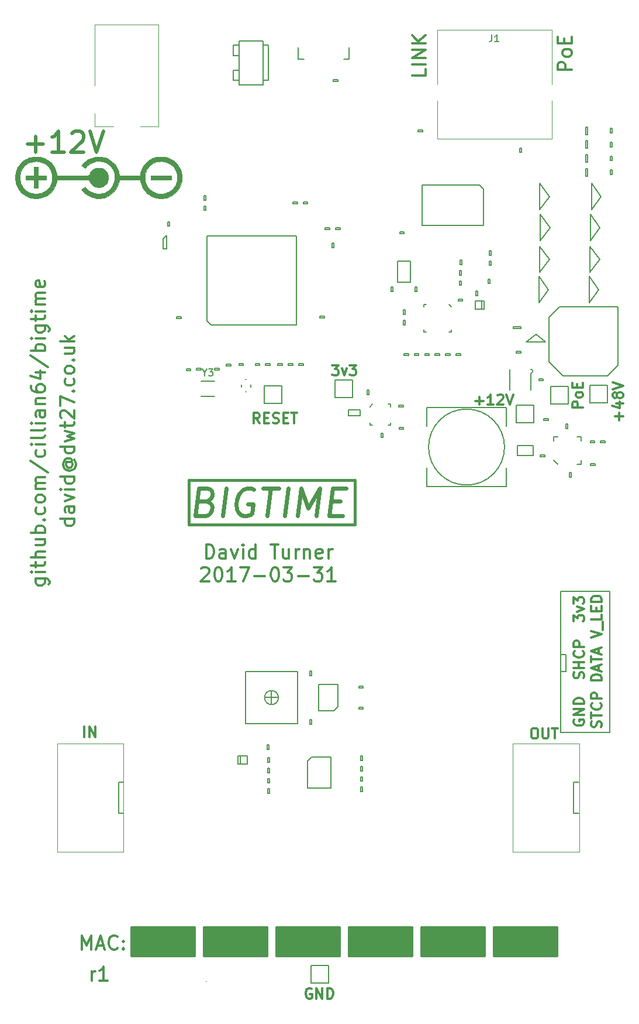
<source format=gto>
G04 #@! TF.GenerationSoftware,KiCad,Pcbnew,no-vcs-found-40f60c9~58~ubuntu16.04.1*
G04 #@! TF.CreationDate,2017-03-31T16:11:59+01:00*
G04 #@! TF.ProjectId,bigtime,62696774696D652E6B696361645F7063,rev?*
G04 #@! TF.FileFunction,Legend,Top*
G04 #@! TF.FilePolarity,Positive*
%FSLAX46Y46*%
G04 Gerber Fmt 4.6, Leading zero omitted, Abs format (unit mm)*
G04 Created by KiCad (PCBNEW no-vcs-found-40f60c9~58~ubuntu16.04.1) date Fri Mar 31 16:11:59 2017*
%MOMM*%
%LPD*%
G01*
G04 APERTURE LIST*
%ADD10C,0.100000*%
%ADD11C,0.200000*%
%ADD12C,0.300000*%
%ADD13C,0.400000*%
%ADD14C,0.500000*%
%ADD15C,0.600000*%
%ADD16C,0.150000*%
%ADD17C,0.010000*%
%ADD18C,0.120000*%
%ADD19C,0.254000*%
G04 APERTURE END LIST*
D10*
D11*
X153500000Y-157000000D02*
X153500000Y-157000000D01*
D12*
X135500000Y-152404761D02*
X135500000Y-150404761D01*
X136166666Y-151833333D01*
X136833333Y-150404761D01*
X136833333Y-152404761D01*
X137690476Y-151833333D02*
X138642857Y-151833333D01*
X137500000Y-152404761D02*
X138166666Y-150404761D01*
X138833333Y-152404761D01*
X140642857Y-152214285D02*
X140547619Y-152309523D01*
X140261904Y-152404761D01*
X140071428Y-152404761D01*
X139785714Y-152309523D01*
X139595238Y-152119047D01*
X139500000Y-151928571D01*
X139404761Y-151547619D01*
X139404761Y-151261904D01*
X139500000Y-150880952D01*
X139595238Y-150690476D01*
X139785714Y-150500000D01*
X140071428Y-150404761D01*
X140261904Y-150404761D01*
X140547619Y-150500000D01*
X140642857Y-150595238D01*
X141500000Y-152214285D02*
X141595238Y-152309523D01*
X141500000Y-152404761D01*
X141404761Y-152309523D01*
X141500000Y-152214285D01*
X141500000Y-152404761D01*
X141500000Y-151166666D02*
X141595238Y-151261904D01*
X141500000Y-151357142D01*
X141404761Y-151261904D01*
X141500000Y-151166666D01*
X141500000Y-151357142D01*
X136904761Y-156904761D02*
X136904761Y-155571428D01*
X136904761Y-155952380D02*
X137000000Y-155761904D01*
X137095238Y-155666666D01*
X137285714Y-155571428D01*
X137476190Y-155571428D01*
X139190476Y-156904761D02*
X138047619Y-156904761D01*
X138619047Y-156904761D02*
X138619047Y-154904761D01*
X138428571Y-155190476D01*
X138238095Y-155380952D01*
X138047619Y-155476190D01*
D13*
X175000000Y-84500000D02*
X151000000Y-84500000D01*
X175000000Y-91000000D02*
X175000000Y-84500000D01*
X151000000Y-91000000D02*
X175000000Y-91000000D01*
X151000000Y-84500000D02*
X151000000Y-91000000D01*
D11*
X206700000Y-132700000D02*
X207500000Y-132700000D01*
X206700000Y-128200000D02*
X206700000Y-132700000D01*
X207500000Y-128200000D02*
X206700000Y-128200000D01*
X140800000Y-132700000D02*
X141500000Y-132700000D01*
X140800000Y-128200000D02*
X140800000Y-132700000D01*
X141500000Y-128200000D02*
X140800000Y-128200000D01*
D12*
X200930000Y-120398571D02*
X201215714Y-120398571D01*
X201358571Y-120470000D01*
X201501428Y-120612857D01*
X201572857Y-120898571D01*
X201572857Y-121398571D01*
X201501428Y-121684285D01*
X201358571Y-121827142D01*
X201215714Y-121898571D01*
X200930000Y-121898571D01*
X200787142Y-121827142D01*
X200644285Y-121684285D01*
X200572857Y-121398571D01*
X200572857Y-120898571D01*
X200644285Y-120612857D01*
X200787142Y-120470000D01*
X200930000Y-120398571D01*
X202215714Y-120398571D02*
X202215714Y-121612857D01*
X202287142Y-121755714D01*
X202358571Y-121827142D01*
X202501428Y-121898571D01*
X202787142Y-121898571D01*
X202930000Y-121827142D01*
X203001428Y-121755714D01*
X203072857Y-121612857D01*
X203072857Y-120398571D01*
X203572857Y-120398571D02*
X204430000Y-120398571D01*
X204001428Y-121898571D02*
X204001428Y-120398571D01*
X135864285Y-121708571D02*
X135864285Y-120208571D01*
X136578571Y-121708571D02*
X136578571Y-120208571D01*
X137435714Y-121708571D01*
X137435714Y-120208571D01*
X168767142Y-158080000D02*
X168624285Y-158008571D01*
X168410000Y-158008571D01*
X168195714Y-158080000D01*
X168052857Y-158222857D01*
X167981428Y-158365714D01*
X167910000Y-158651428D01*
X167910000Y-158865714D01*
X167981428Y-159151428D01*
X168052857Y-159294285D01*
X168195714Y-159437142D01*
X168410000Y-159508571D01*
X168552857Y-159508571D01*
X168767142Y-159437142D01*
X168838571Y-159365714D01*
X168838571Y-158865714D01*
X168552857Y-158865714D01*
X169481428Y-159508571D02*
X169481428Y-158008571D01*
X170338571Y-159508571D01*
X170338571Y-158008571D01*
X171052857Y-159508571D02*
X171052857Y-158008571D01*
X171410000Y-158008571D01*
X171624285Y-158080000D01*
X171767142Y-158222857D01*
X171838571Y-158365714D01*
X171910000Y-158651428D01*
X171910000Y-158865714D01*
X171838571Y-159151428D01*
X171767142Y-159294285D01*
X171624285Y-159437142D01*
X171410000Y-159508571D01*
X171052857Y-159508571D01*
X192497142Y-73077142D02*
X193640000Y-73077142D01*
X193068571Y-73648571D02*
X193068571Y-72505714D01*
X195140000Y-73648571D02*
X194282857Y-73648571D01*
X194711428Y-73648571D02*
X194711428Y-72148571D01*
X194568571Y-72362857D01*
X194425714Y-72505714D01*
X194282857Y-72577142D01*
X195711428Y-72291428D02*
X195782857Y-72220000D01*
X195925714Y-72148571D01*
X196282857Y-72148571D01*
X196425714Y-72220000D01*
X196497142Y-72291428D01*
X196568571Y-72434285D01*
X196568571Y-72577142D01*
X196497142Y-72791428D01*
X195640000Y-73648571D01*
X196568571Y-73648571D01*
X196997142Y-72148571D02*
X197497142Y-73648571D01*
X197997142Y-72148571D01*
X208028571Y-74010000D02*
X206528571Y-74010000D01*
X206528571Y-73438571D01*
X206600000Y-73295714D01*
X206671428Y-73224285D01*
X206814285Y-73152857D01*
X207028571Y-73152857D01*
X207171428Y-73224285D01*
X207242857Y-73295714D01*
X207314285Y-73438571D01*
X207314285Y-74010000D01*
X208028571Y-72295714D02*
X207957142Y-72438571D01*
X207885714Y-72510000D01*
X207742857Y-72581428D01*
X207314285Y-72581428D01*
X207171428Y-72510000D01*
X207100000Y-72438571D01*
X207028571Y-72295714D01*
X207028571Y-72081428D01*
X207100000Y-71938571D01*
X207171428Y-71867142D01*
X207314285Y-71795714D01*
X207742857Y-71795714D01*
X207885714Y-71867142D01*
X207957142Y-71938571D01*
X208028571Y-72081428D01*
X208028571Y-72295714D01*
X207242857Y-71152857D02*
X207242857Y-70652857D01*
X208028571Y-70438571D02*
X208028571Y-71152857D01*
X206528571Y-71152857D01*
X206528571Y-70438571D01*
X213297142Y-75902857D02*
X213297142Y-74760000D01*
X213868571Y-75331428D02*
X212725714Y-75331428D01*
X212868571Y-73402857D02*
X213868571Y-73402857D01*
X212297142Y-73760000D02*
X213368571Y-74117142D01*
X213368571Y-73188571D01*
X213011428Y-72402857D02*
X212940000Y-72545714D01*
X212868571Y-72617142D01*
X212725714Y-72688571D01*
X212654285Y-72688571D01*
X212511428Y-72617142D01*
X212440000Y-72545714D01*
X212368571Y-72402857D01*
X212368571Y-72117142D01*
X212440000Y-71974285D01*
X212511428Y-71902857D01*
X212654285Y-71831428D01*
X212725714Y-71831428D01*
X212868571Y-71902857D01*
X212940000Y-71974285D01*
X213011428Y-72117142D01*
X213011428Y-72402857D01*
X213082857Y-72545714D01*
X213154285Y-72617142D01*
X213297142Y-72688571D01*
X213582857Y-72688571D01*
X213725714Y-72617142D01*
X213797142Y-72545714D01*
X213868571Y-72402857D01*
X213868571Y-72117142D01*
X213797142Y-71974285D01*
X213725714Y-71902857D01*
X213582857Y-71831428D01*
X213297142Y-71831428D01*
X213154285Y-71902857D01*
X213082857Y-71974285D01*
X213011428Y-72117142D01*
X212368571Y-71402857D02*
X213868571Y-70902857D01*
X212368571Y-70402857D01*
D14*
X127644285Y-35954285D02*
X129930000Y-35954285D01*
X128787142Y-37097142D02*
X128787142Y-34811428D01*
X132930000Y-37097142D02*
X131215714Y-37097142D01*
X132072857Y-37097142D02*
X132072857Y-34097142D01*
X131787142Y-34525714D01*
X131501428Y-34811428D01*
X131215714Y-34954285D01*
X134072857Y-34382857D02*
X134215714Y-34240000D01*
X134501428Y-34097142D01*
X135215714Y-34097142D01*
X135501428Y-34240000D01*
X135644285Y-34382857D01*
X135787142Y-34668571D01*
X135787142Y-34954285D01*
X135644285Y-35382857D01*
X133930000Y-37097142D01*
X135787142Y-37097142D01*
X136644285Y-34097142D02*
X137644285Y-37097142D01*
X138644285Y-34097142D01*
D12*
X171734285Y-67898571D02*
X172662857Y-67898571D01*
X172162857Y-68470000D01*
X172377142Y-68470000D01*
X172520000Y-68541428D01*
X172591428Y-68612857D01*
X172662857Y-68755714D01*
X172662857Y-69112857D01*
X172591428Y-69255714D01*
X172520000Y-69327142D01*
X172377142Y-69398571D01*
X171948571Y-69398571D01*
X171805714Y-69327142D01*
X171734285Y-69255714D01*
X173162857Y-68398571D02*
X173520000Y-69398571D01*
X173877142Y-68398571D01*
X174305714Y-67898571D02*
X175234285Y-67898571D01*
X174734285Y-68470000D01*
X174948571Y-68470000D01*
X175091428Y-68541428D01*
X175162857Y-68612857D01*
X175234285Y-68755714D01*
X175234285Y-69112857D01*
X175162857Y-69255714D01*
X175091428Y-69327142D01*
X174948571Y-69398571D01*
X174520000Y-69398571D01*
X174377142Y-69327142D01*
X174305714Y-69255714D01*
X161251428Y-76308571D02*
X160751428Y-75594285D01*
X160394285Y-76308571D02*
X160394285Y-74808571D01*
X160965714Y-74808571D01*
X161108571Y-74880000D01*
X161180000Y-74951428D01*
X161251428Y-75094285D01*
X161251428Y-75308571D01*
X161180000Y-75451428D01*
X161108571Y-75522857D01*
X160965714Y-75594285D01*
X160394285Y-75594285D01*
X161894285Y-75522857D02*
X162394285Y-75522857D01*
X162608571Y-76308571D02*
X161894285Y-76308571D01*
X161894285Y-74808571D01*
X162608571Y-74808571D01*
X163180000Y-76237142D02*
X163394285Y-76308571D01*
X163751428Y-76308571D01*
X163894285Y-76237142D01*
X163965714Y-76165714D01*
X164037142Y-76022857D01*
X164037142Y-75880000D01*
X163965714Y-75737142D01*
X163894285Y-75665714D01*
X163751428Y-75594285D01*
X163465714Y-75522857D01*
X163322857Y-75451428D01*
X163251428Y-75380000D01*
X163180000Y-75237142D01*
X163180000Y-75094285D01*
X163251428Y-74951428D01*
X163322857Y-74880000D01*
X163465714Y-74808571D01*
X163822857Y-74808571D01*
X164037142Y-74880000D01*
X164680000Y-75522857D02*
X165180000Y-75522857D01*
X165394285Y-76308571D02*
X164680000Y-76308571D01*
X164680000Y-74808571D01*
X165394285Y-74808571D01*
X165822857Y-74808571D02*
X166680000Y-74808571D01*
X166251428Y-76308571D02*
X166251428Y-74808571D01*
X206434761Y-25183333D02*
X204434761Y-25183333D01*
X204434761Y-24421428D01*
X204530000Y-24230952D01*
X204625238Y-24135714D01*
X204815714Y-24040476D01*
X205101428Y-24040476D01*
X205291904Y-24135714D01*
X205387142Y-24230952D01*
X205482380Y-24421428D01*
X205482380Y-25183333D01*
X206434761Y-22897619D02*
X206339523Y-23088095D01*
X206244285Y-23183333D01*
X206053809Y-23278571D01*
X205482380Y-23278571D01*
X205291904Y-23183333D01*
X205196666Y-23088095D01*
X205101428Y-22897619D01*
X205101428Y-22611904D01*
X205196666Y-22421428D01*
X205291904Y-22326190D01*
X205482380Y-22230952D01*
X206053809Y-22230952D01*
X206244285Y-22326190D01*
X206339523Y-22421428D01*
X206434761Y-22611904D01*
X206434761Y-22897619D01*
X205387142Y-21373809D02*
X205387142Y-20707142D01*
X206434761Y-20421428D02*
X206434761Y-21373809D01*
X204434761Y-21373809D01*
X204434761Y-20421428D01*
X185304761Y-25074761D02*
X185304761Y-26027142D01*
X183304761Y-26027142D01*
X185304761Y-24408095D02*
X183304761Y-24408095D01*
X185304761Y-23455714D02*
X183304761Y-23455714D01*
X185304761Y-22312857D01*
X183304761Y-22312857D01*
X185304761Y-21360476D02*
X183304761Y-21360476D01*
X185304761Y-20217619D02*
X184161904Y-21074761D01*
X183304761Y-20217619D02*
X184447619Y-21360476D01*
D11*
X204860000Y-112180000D02*
X204890000Y-112180000D01*
X205630000Y-112180000D02*
X204890000Y-112180000D01*
X205630000Y-109730000D02*
X205630000Y-112180000D01*
X204840000Y-109730000D02*
X205630000Y-109730000D01*
X204840000Y-100600000D02*
X204850000Y-100600000D01*
X211960000Y-100600000D02*
X204850000Y-100600000D01*
X211960000Y-121000000D02*
X211960000Y-100600000D01*
X204850000Y-121000000D02*
X211960000Y-121000000D01*
X204850000Y-100650000D02*
X204850000Y-121000000D01*
D12*
X206805000Y-119188571D02*
X206733571Y-119331428D01*
X206733571Y-119545714D01*
X206805000Y-119760000D01*
X206947857Y-119902857D01*
X207090714Y-119974285D01*
X207376428Y-120045714D01*
X207590714Y-120045714D01*
X207876428Y-119974285D01*
X208019285Y-119902857D01*
X208162142Y-119760000D01*
X208233571Y-119545714D01*
X208233571Y-119402857D01*
X208162142Y-119188571D01*
X208090714Y-119117142D01*
X207590714Y-119117142D01*
X207590714Y-119402857D01*
X208233571Y-118474285D02*
X206733571Y-118474285D01*
X208233571Y-117617142D01*
X206733571Y-117617142D01*
X208233571Y-116902857D02*
X206733571Y-116902857D01*
X206733571Y-116545714D01*
X206805000Y-116331428D01*
X206947857Y-116188571D01*
X207090714Y-116117142D01*
X207376428Y-116045714D01*
X207590714Y-116045714D01*
X207876428Y-116117142D01*
X208019285Y-116188571D01*
X208162142Y-116331428D01*
X208233571Y-116545714D01*
X208233571Y-116902857D01*
X208162142Y-113188571D02*
X208233571Y-112974285D01*
X208233571Y-112617142D01*
X208162142Y-112474285D01*
X208090714Y-112402857D01*
X207947857Y-112331428D01*
X207805000Y-112331428D01*
X207662142Y-112402857D01*
X207590714Y-112474285D01*
X207519285Y-112617142D01*
X207447857Y-112902857D01*
X207376428Y-113045714D01*
X207305000Y-113117142D01*
X207162142Y-113188571D01*
X207019285Y-113188571D01*
X206876428Y-113117142D01*
X206805000Y-113045714D01*
X206733571Y-112902857D01*
X206733571Y-112545714D01*
X206805000Y-112331428D01*
X208233571Y-111688571D02*
X206733571Y-111688571D01*
X207447857Y-111688571D02*
X207447857Y-110831428D01*
X208233571Y-110831428D02*
X206733571Y-110831428D01*
X208090714Y-109260000D02*
X208162142Y-109331428D01*
X208233571Y-109545714D01*
X208233571Y-109688571D01*
X208162142Y-109902857D01*
X208019285Y-110045714D01*
X207876428Y-110117142D01*
X207590714Y-110188571D01*
X207376428Y-110188571D01*
X207090714Y-110117142D01*
X206947857Y-110045714D01*
X206805000Y-109902857D01*
X206733571Y-109688571D01*
X206733571Y-109545714D01*
X206805000Y-109331428D01*
X206876428Y-109260000D01*
X208233571Y-108617142D02*
X206733571Y-108617142D01*
X206733571Y-108045714D01*
X206805000Y-107902857D01*
X206876428Y-107831428D01*
X207019285Y-107760000D01*
X207233571Y-107760000D01*
X207376428Y-107831428D01*
X207447857Y-107902857D01*
X207519285Y-108045714D01*
X207519285Y-108617142D01*
X206733571Y-104974285D02*
X206733571Y-104045714D01*
X207305000Y-104545714D01*
X207305000Y-104331428D01*
X207376428Y-104188571D01*
X207447857Y-104117142D01*
X207590714Y-104045714D01*
X207947857Y-104045714D01*
X208090714Y-104117142D01*
X208162142Y-104188571D01*
X208233571Y-104331428D01*
X208233571Y-104760000D01*
X208162142Y-104902857D01*
X208090714Y-104974285D01*
X207233571Y-103545714D02*
X208233571Y-103188571D01*
X207233571Y-102831428D01*
X206733571Y-102402857D02*
X206733571Y-101474285D01*
X207305000Y-101974285D01*
X207305000Y-101760000D01*
X207376428Y-101617142D01*
X207447857Y-101545714D01*
X207590714Y-101474285D01*
X207947857Y-101474285D01*
X208090714Y-101545714D01*
X208162142Y-101617142D01*
X208233571Y-101760000D01*
X208233571Y-102188571D01*
X208162142Y-102331428D01*
X208090714Y-102402857D01*
X210712142Y-120260000D02*
X210783571Y-120045714D01*
X210783571Y-119688571D01*
X210712142Y-119545714D01*
X210640714Y-119474285D01*
X210497857Y-119402857D01*
X210355000Y-119402857D01*
X210212142Y-119474285D01*
X210140714Y-119545714D01*
X210069285Y-119688571D01*
X209997857Y-119974285D01*
X209926428Y-120117142D01*
X209855000Y-120188571D01*
X209712142Y-120260000D01*
X209569285Y-120260000D01*
X209426428Y-120188571D01*
X209355000Y-120117142D01*
X209283571Y-119974285D01*
X209283571Y-119617142D01*
X209355000Y-119402857D01*
X209283571Y-118974285D02*
X209283571Y-118117142D01*
X210783571Y-118545714D02*
X209283571Y-118545714D01*
X210640714Y-116760000D02*
X210712142Y-116831428D01*
X210783571Y-117045714D01*
X210783571Y-117188571D01*
X210712142Y-117402857D01*
X210569285Y-117545714D01*
X210426428Y-117617142D01*
X210140714Y-117688571D01*
X209926428Y-117688571D01*
X209640714Y-117617142D01*
X209497857Y-117545714D01*
X209355000Y-117402857D01*
X209283571Y-117188571D01*
X209283571Y-117045714D01*
X209355000Y-116831428D01*
X209426428Y-116760000D01*
X210783571Y-116117142D02*
X209283571Y-116117142D01*
X209283571Y-115545714D01*
X209355000Y-115402857D01*
X209426428Y-115331428D01*
X209569285Y-115260000D01*
X209783571Y-115260000D01*
X209926428Y-115331428D01*
X209997857Y-115402857D01*
X210069285Y-115545714D01*
X210069285Y-116117142D01*
X210783571Y-113474285D02*
X209283571Y-113474285D01*
X209283571Y-113117142D01*
X209355000Y-112902857D01*
X209497857Y-112760000D01*
X209640714Y-112688571D01*
X209926428Y-112617142D01*
X210140714Y-112617142D01*
X210426428Y-112688571D01*
X210569285Y-112760000D01*
X210712142Y-112902857D01*
X210783571Y-113117142D01*
X210783571Y-113474285D01*
X210355000Y-112045714D02*
X210355000Y-111331428D01*
X210783571Y-112188571D02*
X209283571Y-111688571D01*
X210783571Y-111188571D01*
X209283571Y-110902857D02*
X209283571Y-110045714D01*
X210783571Y-110474285D02*
X209283571Y-110474285D01*
X210355000Y-109617142D02*
X210355000Y-108902857D01*
X210783571Y-109760000D02*
X209283571Y-109260000D01*
X210783571Y-108760000D01*
X209283571Y-107331428D02*
X210783571Y-106831428D01*
X209283571Y-106331428D01*
X210926428Y-106188571D02*
X210926428Y-105045714D01*
X210783571Y-103974285D02*
X210783571Y-104688571D01*
X209283571Y-104688571D01*
X209997857Y-103474285D02*
X209997857Y-102974285D01*
X210783571Y-102760000D02*
X210783571Y-103474285D01*
X209283571Y-103474285D01*
X209283571Y-102760000D01*
X210783571Y-102117142D02*
X209283571Y-102117142D01*
X209283571Y-101760000D01*
X209355000Y-101545714D01*
X209497857Y-101402857D01*
X209640714Y-101331428D01*
X209926428Y-101260000D01*
X210140714Y-101260000D01*
X210426428Y-101331428D01*
X210569285Y-101402857D01*
X210712142Y-101545714D01*
X210783571Y-101760000D01*
X210783571Y-102117142D01*
X128801428Y-98775238D02*
X130420476Y-98775238D01*
X130610952Y-98870476D01*
X130706190Y-98965714D01*
X130801428Y-99156190D01*
X130801428Y-99441904D01*
X130706190Y-99632380D01*
X130039523Y-98775238D02*
X130134761Y-98965714D01*
X130134761Y-99346666D01*
X130039523Y-99537142D01*
X129944285Y-99632380D01*
X129753809Y-99727619D01*
X129182380Y-99727619D01*
X128991904Y-99632380D01*
X128896666Y-99537142D01*
X128801428Y-99346666D01*
X128801428Y-98965714D01*
X128896666Y-98775238D01*
X130134761Y-97822857D02*
X128801428Y-97822857D01*
X128134761Y-97822857D02*
X128230000Y-97918095D01*
X128325238Y-97822857D01*
X128230000Y-97727619D01*
X128134761Y-97822857D01*
X128325238Y-97822857D01*
X128801428Y-97156190D02*
X128801428Y-96394285D01*
X128134761Y-96870476D02*
X129849047Y-96870476D01*
X130039523Y-96775238D01*
X130134761Y-96584761D01*
X130134761Y-96394285D01*
X130134761Y-95727619D02*
X128134761Y-95727619D01*
X130134761Y-94870476D02*
X129087142Y-94870476D01*
X128896666Y-94965714D01*
X128801428Y-95156190D01*
X128801428Y-95441904D01*
X128896666Y-95632380D01*
X128991904Y-95727619D01*
X128801428Y-93060952D02*
X130134761Y-93060952D01*
X128801428Y-93918095D02*
X129849047Y-93918095D01*
X130039523Y-93822857D01*
X130134761Y-93632380D01*
X130134761Y-93346666D01*
X130039523Y-93156190D01*
X129944285Y-93060952D01*
X130134761Y-92108571D02*
X128134761Y-92108571D01*
X128896666Y-92108571D02*
X128801428Y-91918095D01*
X128801428Y-91537142D01*
X128896666Y-91346666D01*
X128991904Y-91251428D01*
X129182380Y-91156190D01*
X129753809Y-91156190D01*
X129944285Y-91251428D01*
X130039523Y-91346666D01*
X130134761Y-91537142D01*
X130134761Y-91918095D01*
X130039523Y-92108571D01*
X129944285Y-90299047D02*
X130039523Y-90203809D01*
X130134761Y-90299047D01*
X130039523Y-90394285D01*
X129944285Y-90299047D01*
X130134761Y-90299047D01*
X130039523Y-88489523D02*
X130134761Y-88680000D01*
X130134761Y-89060952D01*
X130039523Y-89251428D01*
X129944285Y-89346666D01*
X129753809Y-89441904D01*
X129182380Y-89441904D01*
X128991904Y-89346666D01*
X128896666Y-89251428D01*
X128801428Y-89060952D01*
X128801428Y-88680000D01*
X128896666Y-88489523D01*
X130134761Y-87346666D02*
X130039523Y-87537142D01*
X129944285Y-87632380D01*
X129753809Y-87727619D01*
X129182380Y-87727619D01*
X128991904Y-87632380D01*
X128896666Y-87537142D01*
X128801428Y-87346666D01*
X128801428Y-87060952D01*
X128896666Y-86870476D01*
X128991904Y-86775238D01*
X129182380Y-86680000D01*
X129753809Y-86680000D01*
X129944285Y-86775238D01*
X130039523Y-86870476D01*
X130134761Y-87060952D01*
X130134761Y-87346666D01*
X130134761Y-85822857D02*
X128801428Y-85822857D01*
X128991904Y-85822857D02*
X128896666Y-85727619D01*
X128801428Y-85537142D01*
X128801428Y-85251428D01*
X128896666Y-85060952D01*
X129087142Y-84965714D01*
X130134761Y-84965714D01*
X129087142Y-84965714D02*
X128896666Y-84870476D01*
X128801428Y-84680000D01*
X128801428Y-84394285D01*
X128896666Y-84203809D01*
X129087142Y-84108571D01*
X130134761Y-84108571D01*
X128039523Y-81727619D02*
X130610952Y-83441904D01*
X130039523Y-80203809D02*
X130134761Y-80394285D01*
X130134761Y-80775238D01*
X130039523Y-80965714D01*
X129944285Y-81060952D01*
X129753809Y-81156190D01*
X129182380Y-81156190D01*
X128991904Y-81060952D01*
X128896666Y-80965714D01*
X128801428Y-80775238D01*
X128801428Y-80394285D01*
X128896666Y-80203809D01*
X130134761Y-79346666D02*
X128801428Y-79346666D01*
X128134761Y-79346666D02*
X128230000Y-79441904D01*
X128325238Y-79346666D01*
X128230000Y-79251428D01*
X128134761Y-79346666D01*
X128325238Y-79346666D01*
X130134761Y-78108571D02*
X130039523Y-78299047D01*
X129849047Y-78394285D01*
X128134761Y-78394285D01*
X130134761Y-77060952D02*
X130039523Y-77251428D01*
X129849047Y-77346666D01*
X128134761Y-77346666D01*
X130134761Y-76299047D02*
X128801428Y-76299047D01*
X128134761Y-76299047D02*
X128230000Y-76394285D01*
X128325238Y-76299047D01*
X128230000Y-76203809D01*
X128134761Y-76299047D01*
X128325238Y-76299047D01*
X130134761Y-74489523D02*
X129087142Y-74489523D01*
X128896666Y-74584761D01*
X128801428Y-74775238D01*
X128801428Y-75156190D01*
X128896666Y-75346666D01*
X130039523Y-74489523D02*
X130134761Y-74680000D01*
X130134761Y-75156190D01*
X130039523Y-75346666D01*
X129849047Y-75441904D01*
X129658571Y-75441904D01*
X129468095Y-75346666D01*
X129372857Y-75156190D01*
X129372857Y-74680000D01*
X129277619Y-74489523D01*
X128801428Y-73537142D02*
X130134761Y-73537142D01*
X128991904Y-73537142D02*
X128896666Y-73441904D01*
X128801428Y-73251428D01*
X128801428Y-72965714D01*
X128896666Y-72775238D01*
X129087142Y-72680000D01*
X130134761Y-72680000D01*
X128134761Y-70870476D02*
X128134761Y-71251428D01*
X128230000Y-71441904D01*
X128325238Y-71537142D01*
X128610952Y-71727619D01*
X128991904Y-71822857D01*
X129753809Y-71822857D01*
X129944285Y-71727619D01*
X130039523Y-71632380D01*
X130134761Y-71441904D01*
X130134761Y-71060952D01*
X130039523Y-70870476D01*
X129944285Y-70775238D01*
X129753809Y-70680000D01*
X129277619Y-70680000D01*
X129087142Y-70775238D01*
X128991904Y-70870476D01*
X128896666Y-71060952D01*
X128896666Y-71441904D01*
X128991904Y-71632380D01*
X129087142Y-71727619D01*
X129277619Y-71822857D01*
X128801428Y-68965714D02*
X130134761Y-68965714D01*
X128039523Y-69441904D02*
X129468095Y-69918095D01*
X129468095Y-68680000D01*
X128039523Y-66489523D02*
X130610952Y-68203809D01*
X130134761Y-65822857D02*
X128134761Y-65822857D01*
X128896666Y-65822857D02*
X128801428Y-65632380D01*
X128801428Y-65251428D01*
X128896666Y-65060952D01*
X128991904Y-64965714D01*
X129182380Y-64870476D01*
X129753809Y-64870476D01*
X129944285Y-64965714D01*
X130039523Y-65060952D01*
X130134761Y-65251428D01*
X130134761Y-65632380D01*
X130039523Y-65822857D01*
X130134761Y-64013333D02*
X128801428Y-64013333D01*
X128134761Y-64013333D02*
X128230000Y-64108571D01*
X128325238Y-64013333D01*
X128230000Y-63918095D01*
X128134761Y-64013333D01*
X128325238Y-64013333D01*
X128801428Y-62203809D02*
X130420476Y-62203809D01*
X130610952Y-62299047D01*
X130706190Y-62394285D01*
X130801428Y-62584761D01*
X130801428Y-62870476D01*
X130706190Y-63060952D01*
X130039523Y-62203809D02*
X130134761Y-62394285D01*
X130134761Y-62775238D01*
X130039523Y-62965714D01*
X129944285Y-63060952D01*
X129753809Y-63156190D01*
X129182380Y-63156190D01*
X128991904Y-63060952D01*
X128896666Y-62965714D01*
X128801428Y-62775238D01*
X128801428Y-62394285D01*
X128896666Y-62203809D01*
X128801428Y-61537142D02*
X128801428Y-60775238D01*
X128134761Y-61251428D02*
X129849047Y-61251428D01*
X130039523Y-61156190D01*
X130134761Y-60965714D01*
X130134761Y-60775238D01*
X130134761Y-60108571D02*
X128801428Y-60108571D01*
X128134761Y-60108571D02*
X128230000Y-60203809D01*
X128325238Y-60108571D01*
X128230000Y-60013333D01*
X128134761Y-60108571D01*
X128325238Y-60108571D01*
X130134761Y-59156190D02*
X128801428Y-59156190D01*
X128991904Y-59156190D02*
X128896666Y-59060952D01*
X128801428Y-58870476D01*
X128801428Y-58584761D01*
X128896666Y-58394285D01*
X129087142Y-58299047D01*
X130134761Y-58299047D01*
X129087142Y-58299047D02*
X128896666Y-58203809D01*
X128801428Y-58013333D01*
X128801428Y-57727619D01*
X128896666Y-57537142D01*
X129087142Y-57441904D01*
X130134761Y-57441904D01*
X130039523Y-55727619D02*
X130134761Y-55918095D01*
X130134761Y-56299047D01*
X130039523Y-56489523D01*
X129849047Y-56584761D01*
X129087142Y-56584761D01*
X128896666Y-56489523D01*
X128801428Y-56299047D01*
X128801428Y-55918095D01*
X128896666Y-55727619D01*
X129087142Y-55632380D01*
X129277619Y-55632380D01*
X129468095Y-56584761D01*
X134374761Y-90151904D02*
X132374761Y-90151904D01*
X134279523Y-90151904D02*
X134374761Y-90342380D01*
X134374761Y-90723333D01*
X134279523Y-90913809D01*
X134184285Y-91009047D01*
X133993809Y-91104285D01*
X133422380Y-91104285D01*
X133231904Y-91009047D01*
X133136666Y-90913809D01*
X133041428Y-90723333D01*
X133041428Y-90342380D01*
X133136666Y-90151904D01*
X134374761Y-88342380D02*
X133327142Y-88342380D01*
X133136666Y-88437619D01*
X133041428Y-88628095D01*
X133041428Y-89009047D01*
X133136666Y-89199523D01*
X134279523Y-88342380D02*
X134374761Y-88532857D01*
X134374761Y-89009047D01*
X134279523Y-89199523D01*
X134089047Y-89294761D01*
X133898571Y-89294761D01*
X133708095Y-89199523D01*
X133612857Y-89009047D01*
X133612857Y-88532857D01*
X133517619Y-88342380D01*
X133041428Y-87580476D02*
X134374761Y-87104285D01*
X133041428Y-86628095D01*
X134374761Y-85866190D02*
X133041428Y-85866190D01*
X132374761Y-85866190D02*
X132470000Y-85961428D01*
X132565238Y-85866190D01*
X132470000Y-85770952D01*
X132374761Y-85866190D01*
X132565238Y-85866190D01*
X134374761Y-84056666D02*
X132374761Y-84056666D01*
X134279523Y-84056666D02*
X134374761Y-84247142D01*
X134374761Y-84628095D01*
X134279523Y-84818571D01*
X134184285Y-84913809D01*
X133993809Y-85009047D01*
X133422380Y-85009047D01*
X133231904Y-84913809D01*
X133136666Y-84818571D01*
X133041428Y-84628095D01*
X133041428Y-84247142D01*
X133136666Y-84056666D01*
X133422380Y-81866190D02*
X133327142Y-81961428D01*
X133231904Y-82151904D01*
X133231904Y-82342380D01*
X133327142Y-82532857D01*
X133422380Y-82628095D01*
X133612857Y-82723333D01*
X133803333Y-82723333D01*
X133993809Y-82628095D01*
X134089047Y-82532857D01*
X134184285Y-82342380D01*
X134184285Y-82151904D01*
X134089047Y-81961428D01*
X133993809Y-81866190D01*
X133231904Y-81866190D02*
X133993809Y-81866190D01*
X134089047Y-81770952D01*
X134089047Y-81675714D01*
X133993809Y-81485238D01*
X133803333Y-81390000D01*
X133327142Y-81390000D01*
X133041428Y-81580476D01*
X132850952Y-81866190D01*
X132755714Y-82247142D01*
X132850952Y-82628095D01*
X133041428Y-82913809D01*
X133327142Y-83104285D01*
X133708095Y-83199523D01*
X134089047Y-83104285D01*
X134374761Y-82913809D01*
X134565238Y-82628095D01*
X134660476Y-82247142D01*
X134565238Y-81866190D01*
X134374761Y-81580476D01*
X134374761Y-79675714D02*
X132374761Y-79675714D01*
X134279523Y-79675714D02*
X134374761Y-79866190D01*
X134374761Y-80247142D01*
X134279523Y-80437619D01*
X134184285Y-80532857D01*
X133993809Y-80628095D01*
X133422380Y-80628095D01*
X133231904Y-80532857D01*
X133136666Y-80437619D01*
X133041428Y-80247142D01*
X133041428Y-79866190D01*
X133136666Y-79675714D01*
X133041428Y-78913809D02*
X134374761Y-78532857D01*
X133422380Y-78151904D01*
X134374761Y-77770952D01*
X133041428Y-77390000D01*
X133041428Y-76913809D02*
X133041428Y-76151904D01*
X132374761Y-76628095D02*
X134089047Y-76628095D01*
X134279523Y-76532857D01*
X134374761Y-76342380D01*
X134374761Y-76151904D01*
X132565238Y-75580476D02*
X132470000Y-75485238D01*
X132374761Y-75294761D01*
X132374761Y-74818571D01*
X132470000Y-74628095D01*
X132565238Y-74532857D01*
X132755714Y-74437619D01*
X132946190Y-74437619D01*
X133231904Y-74532857D01*
X134374761Y-75675714D01*
X134374761Y-74437619D01*
X132374761Y-73770952D02*
X132374761Y-72437619D01*
X134374761Y-73294761D01*
X134184285Y-71675714D02*
X134279523Y-71580476D01*
X134374761Y-71675714D01*
X134279523Y-71770952D01*
X134184285Y-71675714D01*
X134374761Y-71675714D01*
X134279523Y-69866190D02*
X134374761Y-70056666D01*
X134374761Y-70437619D01*
X134279523Y-70628095D01*
X134184285Y-70723333D01*
X133993809Y-70818571D01*
X133422380Y-70818571D01*
X133231904Y-70723333D01*
X133136666Y-70628095D01*
X133041428Y-70437619D01*
X133041428Y-70056666D01*
X133136666Y-69866190D01*
X134374761Y-68723333D02*
X134279523Y-68913809D01*
X134184285Y-69009047D01*
X133993809Y-69104285D01*
X133422380Y-69104285D01*
X133231904Y-69009047D01*
X133136666Y-68913809D01*
X133041428Y-68723333D01*
X133041428Y-68437619D01*
X133136666Y-68247142D01*
X133231904Y-68151904D01*
X133422380Y-68056666D01*
X133993809Y-68056666D01*
X134184285Y-68151904D01*
X134279523Y-68247142D01*
X134374761Y-68437619D01*
X134374761Y-68723333D01*
X134184285Y-67199523D02*
X134279523Y-67104285D01*
X134374761Y-67199523D01*
X134279523Y-67294761D01*
X134184285Y-67199523D01*
X134374761Y-67199523D01*
X133041428Y-65390000D02*
X134374761Y-65390000D01*
X133041428Y-66247142D02*
X134089047Y-66247142D01*
X134279523Y-66151904D01*
X134374761Y-65961428D01*
X134374761Y-65675714D01*
X134279523Y-65485238D01*
X134184285Y-65390000D01*
X134374761Y-64437619D02*
X132374761Y-64437619D01*
X133612857Y-64247142D02*
X134374761Y-63675714D01*
X133041428Y-63675714D02*
X133803333Y-64437619D01*
X153500000Y-95854761D02*
X153500000Y-93854761D01*
X153976190Y-93854761D01*
X154261904Y-93950000D01*
X154452380Y-94140476D01*
X154547619Y-94330952D01*
X154642857Y-94711904D01*
X154642857Y-94997619D01*
X154547619Y-95378571D01*
X154452380Y-95569047D01*
X154261904Y-95759523D01*
X153976190Y-95854761D01*
X153500000Y-95854761D01*
X156357142Y-95854761D02*
X156357142Y-94807142D01*
X156261904Y-94616666D01*
X156071428Y-94521428D01*
X155690476Y-94521428D01*
X155500000Y-94616666D01*
X156357142Y-95759523D02*
X156166666Y-95854761D01*
X155690476Y-95854761D01*
X155500000Y-95759523D01*
X155404761Y-95569047D01*
X155404761Y-95378571D01*
X155500000Y-95188095D01*
X155690476Y-95092857D01*
X156166666Y-95092857D01*
X156357142Y-94997619D01*
X157119047Y-94521428D02*
X157595238Y-95854761D01*
X158071428Y-94521428D01*
X158833333Y-95854761D02*
X158833333Y-94521428D01*
X158833333Y-93854761D02*
X158738095Y-93950000D01*
X158833333Y-94045238D01*
X158928571Y-93950000D01*
X158833333Y-93854761D01*
X158833333Y-94045238D01*
X160642857Y-95854761D02*
X160642857Y-93854761D01*
X160642857Y-95759523D02*
X160452380Y-95854761D01*
X160071428Y-95854761D01*
X159880952Y-95759523D01*
X159785714Y-95664285D01*
X159690476Y-95473809D01*
X159690476Y-94902380D01*
X159785714Y-94711904D01*
X159880952Y-94616666D01*
X160071428Y-94521428D01*
X160452380Y-94521428D01*
X160642857Y-94616666D01*
X162833333Y-93854761D02*
X163976190Y-93854761D01*
X163404761Y-95854761D02*
X163404761Y-93854761D01*
X165500000Y-94521428D02*
X165500000Y-95854761D01*
X164642857Y-94521428D02*
X164642857Y-95569047D01*
X164738095Y-95759523D01*
X164928571Y-95854761D01*
X165214285Y-95854761D01*
X165404761Y-95759523D01*
X165500000Y-95664285D01*
X166452380Y-95854761D02*
X166452380Y-94521428D01*
X166452380Y-94902380D02*
X166547619Y-94711904D01*
X166642857Y-94616666D01*
X166833333Y-94521428D01*
X167023809Y-94521428D01*
X167690476Y-94521428D02*
X167690476Y-95854761D01*
X167690476Y-94711904D02*
X167785714Y-94616666D01*
X167976190Y-94521428D01*
X168261904Y-94521428D01*
X168452380Y-94616666D01*
X168547619Y-94807142D01*
X168547619Y-95854761D01*
X170261904Y-95759523D02*
X170071428Y-95854761D01*
X169690476Y-95854761D01*
X169500000Y-95759523D01*
X169404761Y-95569047D01*
X169404761Y-94807142D01*
X169500000Y-94616666D01*
X169690476Y-94521428D01*
X170071428Y-94521428D01*
X170261904Y-94616666D01*
X170357142Y-94807142D01*
X170357142Y-94997619D01*
X169404761Y-95188095D01*
X171214285Y-95854761D02*
X171214285Y-94521428D01*
X171214285Y-94902380D02*
X171309523Y-94711904D01*
X171404761Y-94616666D01*
X171595238Y-94521428D01*
X171785714Y-94521428D01*
X152785714Y-97345238D02*
X152880952Y-97250000D01*
X153071428Y-97154761D01*
X153547619Y-97154761D01*
X153738095Y-97250000D01*
X153833333Y-97345238D01*
X153928571Y-97535714D01*
X153928571Y-97726190D01*
X153833333Y-98011904D01*
X152690476Y-99154761D01*
X153928571Y-99154761D01*
X155166666Y-97154761D02*
X155357142Y-97154761D01*
X155547619Y-97250000D01*
X155642857Y-97345238D01*
X155738095Y-97535714D01*
X155833333Y-97916666D01*
X155833333Y-98392857D01*
X155738095Y-98773809D01*
X155642857Y-98964285D01*
X155547619Y-99059523D01*
X155357142Y-99154761D01*
X155166666Y-99154761D01*
X154976190Y-99059523D01*
X154880952Y-98964285D01*
X154785714Y-98773809D01*
X154690476Y-98392857D01*
X154690476Y-97916666D01*
X154785714Y-97535714D01*
X154880952Y-97345238D01*
X154976190Y-97250000D01*
X155166666Y-97154761D01*
X157738095Y-99154761D02*
X156595238Y-99154761D01*
X157166666Y-99154761D02*
X157166666Y-97154761D01*
X156976190Y-97440476D01*
X156785714Y-97630952D01*
X156595238Y-97726190D01*
X158404761Y-97154761D02*
X159738095Y-97154761D01*
X158880952Y-99154761D01*
X160500000Y-98392857D02*
X162023809Y-98392857D01*
X163357142Y-97154761D02*
X163547619Y-97154761D01*
X163738095Y-97250000D01*
X163833333Y-97345238D01*
X163928571Y-97535714D01*
X164023809Y-97916666D01*
X164023809Y-98392857D01*
X163928571Y-98773809D01*
X163833333Y-98964285D01*
X163738095Y-99059523D01*
X163547619Y-99154761D01*
X163357142Y-99154761D01*
X163166666Y-99059523D01*
X163071428Y-98964285D01*
X162976190Y-98773809D01*
X162880952Y-98392857D01*
X162880952Y-97916666D01*
X162976190Y-97535714D01*
X163071428Y-97345238D01*
X163166666Y-97250000D01*
X163357142Y-97154761D01*
X164690476Y-97154761D02*
X165928571Y-97154761D01*
X165261904Y-97916666D01*
X165547619Y-97916666D01*
X165738095Y-98011904D01*
X165833333Y-98107142D01*
X165928571Y-98297619D01*
X165928571Y-98773809D01*
X165833333Y-98964285D01*
X165738095Y-99059523D01*
X165547619Y-99154761D01*
X164976190Y-99154761D01*
X164785714Y-99059523D01*
X164690476Y-98964285D01*
X166785714Y-98392857D02*
X168309523Y-98392857D01*
X169071428Y-97154761D02*
X170309523Y-97154761D01*
X169642857Y-97916666D01*
X169928571Y-97916666D01*
X170119047Y-98011904D01*
X170214285Y-98107142D01*
X170309523Y-98297619D01*
X170309523Y-98773809D01*
X170214285Y-98964285D01*
X170119047Y-99059523D01*
X169928571Y-99154761D01*
X169357142Y-99154761D01*
X169166666Y-99059523D01*
X169071428Y-98964285D01*
X172214285Y-99154761D02*
X171071428Y-99154761D01*
X171642857Y-99154761D02*
X171642857Y-97154761D01*
X171452380Y-97440476D01*
X171261904Y-97630952D01*
X171071428Y-97726190D01*
D15*
X153498869Y-87614285D02*
X154046488Y-87804761D01*
X154213154Y-87995238D01*
X154356011Y-88376190D01*
X154284583Y-88947619D01*
X154046488Y-89328571D01*
X153832202Y-89519047D01*
X153427440Y-89709523D01*
X151903630Y-89709523D01*
X152403630Y-85709523D01*
X153736964Y-85709523D01*
X154094107Y-85900000D01*
X154260773Y-86090476D01*
X154403630Y-86471428D01*
X154356011Y-86852380D01*
X154117916Y-87233333D01*
X153903630Y-87423809D01*
X153498869Y-87614285D01*
X152165535Y-87614285D01*
X155903630Y-89709523D02*
X156403630Y-85709523D01*
X160379821Y-85900000D02*
X160022678Y-85709523D01*
X159451250Y-85709523D01*
X158856011Y-85900000D01*
X158427440Y-86280952D01*
X158189345Y-86661904D01*
X157903630Y-87423809D01*
X157832202Y-87995238D01*
X157927440Y-88757142D01*
X158070297Y-89138095D01*
X158403630Y-89519047D01*
X158951250Y-89709523D01*
X159332202Y-89709523D01*
X159927440Y-89519047D01*
X160141726Y-89328571D01*
X160308392Y-87995238D01*
X159546488Y-87995238D01*
X161736964Y-85709523D02*
X164022678Y-85709523D01*
X162379821Y-89709523D02*
X162879821Y-85709523D01*
X164856011Y-89709523D02*
X165356011Y-85709523D01*
X166760773Y-89709523D02*
X167260773Y-85709523D01*
X168236964Y-88566666D01*
X169927440Y-85709523D01*
X169427440Y-89709523D01*
X171594107Y-87614285D02*
X172927440Y-87614285D01*
X173236964Y-89709523D02*
X171332202Y-89709523D01*
X171832202Y-85709523D01*
X173736964Y-85709523D01*
D16*
X168670000Y-154720000D02*
X171210000Y-154720000D01*
X171210000Y-154720000D02*
X171210000Y-157260000D01*
X171210000Y-157260000D02*
X168670000Y-157260000D01*
X168670000Y-157260000D02*
X168670000Y-154720000D01*
X211640000Y-73340000D02*
X209100000Y-73340000D01*
X209100000Y-73340000D02*
X209100000Y-70800000D01*
X209100000Y-70800000D02*
X211640000Y-70800000D01*
X211640000Y-70800000D02*
X211640000Y-73340000D01*
D17*
G36*
X128564752Y-41071782D02*
X127357623Y-41071782D01*
X127357623Y-40468218D01*
X128564752Y-40468218D01*
X128564752Y-39261089D01*
X129168316Y-39261089D01*
X129168316Y-40468218D01*
X130375445Y-40468218D01*
X130375445Y-41071538D01*
X129775024Y-41074804D01*
X129174604Y-41078069D01*
X129171338Y-41678490D01*
X129168073Y-42278911D01*
X128564752Y-42278911D01*
X128564752Y-41071782D01*
X128564752Y-41071782D01*
G37*
X128564752Y-41071782D02*
X127357623Y-41071782D01*
X127357623Y-40468218D01*
X128564752Y-40468218D01*
X128564752Y-39261089D01*
X129168316Y-39261089D01*
X129168316Y-40468218D01*
X130375445Y-40468218D01*
X130375445Y-41071538D01*
X129775024Y-41074804D01*
X129174604Y-41078069D01*
X129171338Y-41678490D01*
X129168073Y-42278911D01*
X128564752Y-42278911D01*
X128564752Y-41071782D01*
G36*
X145451980Y-40468218D02*
X148469802Y-40468218D01*
X148469802Y-41071782D01*
X145451980Y-41071782D01*
X145451980Y-40468218D01*
X145451980Y-40468218D01*
G37*
X145451980Y-40468218D02*
X148469802Y-40468218D01*
X148469802Y-41071782D01*
X145451980Y-41071782D01*
X145451980Y-40468218D01*
G36*
X128745143Y-43784648D02*
X128635976Y-43780439D01*
X128582719Y-43776461D01*
X128314538Y-43739918D01*
X128051342Y-43680608D01*
X127795379Y-43599446D01*
X127548897Y-43497346D01*
X127314145Y-43375224D01*
X127093370Y-43233993D01*
X126917524Y-43098892D01*
X126718399Y-42916350D01*
X126537957Y-42717388D01*
X126376979Y-42503246D01*
X126236245Y-42275162D01*
X126116532Y-42034377D01*
X126018620Y-41782131D01*
X125955364Y-41568451D01*
X125901602Y-41313687D01*
X125868398Y-41051875D01*
X125855843Y-40787474D01*
X125864030Y-40524943D01*
X125893050Y-40268743D01*
X125925113Y-40098689D01*
X125996908Y-39829938D01*
X126090324Y-39572827D01*
X126204731Y-39328290D01*
X126339499Y-39097265D01*
X126493998Y-38880689D01*
X126667597Y-38679499D01*
X126859668Y-38494630D01*
X127069580Y-38327020D01*
X127158134Y-38265196D01*
X127389936Y-38124329D01*
X127631925Y-38006213D01*
X127884626Y-37910645D01*
X128148566Y-37837426D01*
X128404893Y-37789166D01*
X128469334Y-37781257D01*
X128548923Y-37773997D01*
X128638322Y-37767627D01*
X128732193Y-37762386D01*
X128825196Y-37758516D01*
X128911993Y-37756255D01*
X128987245Y-37755845D01*
X129045614Y-37757526D01*
X129067722Y-37759330D01*
X129098934Y-37762767D01*
X129147447Y-37767981D01*
X129205549Y-37774146D01*
X129243762Y-37778163D01*
X129492235Y-37816211D01*
X129741053Y-37877603D01*
X129986628Y-37960846D01*
X130225371Y-38064445D01*
X130453696Y-38186904D01*
X130668015Y-38326731D01*
X130796683Y-38425059D01*
X130878737Y-38495646D01*
X130968605Y-38579415D01*
X131059491Y-38669592D01*
X131144593Y-38759405D01*
X131217115Y-38842079D01*
X131225654Y-38852425D01*
X131372453Y-39050822D01*
X131503364Y-39266745D01*
X131617128Y-39497265D01*
X131712489Y-39739453D01*
X131788187Y-39990380D01*
X131842964Y-40247118D01*
X131853583Y-40314183D01*
X131876222Y-40468218D01*
X134206921Y-40468218D01*
X134501443Y-40468187D01*
X134771726Y-40468092D01*
X135018680Y-40467925D01*
X135243214Y-40467682D01*
X135446238Y-40467355D01*
X135628661Y-40466939D01*
X135791394Y-40466427D01*
X135935345Y-40465814D01*
X136061424Y-40465093D01*
X136170541Y-40464258D01*
X136263606Y-40463303D01*
X136341527Y-40462222D01*
X136405215Y-40461008D01*
X136455579Y-40459657D01*
X136493529Y-40458160D01*
X136519974Y-40456514D01*
X136535824Y-40454710D01*
X136541989Y-40452744D01*
X136542120Y-40452500D01*
X136592827Y-40293579D01*
X136648895Y-40155122D01*
X136712807Y-40032609D01*
X136787043Y-39921522D01*
X136874085Y-39817340D01*
X136913453Y-39776175D01*
X137048728Y-39656732D01*
X137196164Y-39557785D01*
X137353467Y-39479339D01*
X137518342Y-39421396D01*
X137688494Y-39383960D01*
X137861628Y-39367034D01*
X138035450Y-39370621D01*
X138207664Y-39394725D01*
X138375977Y-39439350D01*
X138538093Y-39504497D01*
X138691717Y-39590171D01*
X138834555Y-39696375D01*
X138917447Y-39773295D01*
X139039461Y-39911739D01*
X139138275Y-40057708D01*
X139215267Y-40213393D01*
X139246614Y-40297364D01*
X139295202Y-40478927D01*
X139320427Y-40661842D01*
X139321845Y-40765656D01*
X131217920Y-40765656D01*
X131207239Y-40522410D01*
X131174801Y-40290098D01*
X131120020Y-40066077D01*
X131042306Y-39847703D01*
X130985272Y-39720049D01*
X130871884Y-39512465D01*
X130739258Y-39320222D01*
X130588723Y-39144186D01*
X130421607Y-38985225D01*
X130239239Y-38844206D01*
X130042947Y-38721998D01*
X129834060Y-38619467D01*
X129613907Y-38537480D01*
X129383815Y-38476906D01*
X129145115Y-38438612D01*
X129004851Y-38427038D01*
X128959507Y-38424474D01*
X128919896Y-38422080D01*
X128904257Y-38421050D01*
X128880364Y-38421115D01*
X128837104Y-38422853D01*
X128780183Y-38425979D01*
X128715305Y-38430208D01*
X128700914Y-38431231D01*
X128454058Y-38460903D01*
X128217185Y-38513053D01*
X127991321Y-38586791D01*
X127777491Y-38681228D01*
X127576722Y-38795472D01*
X127390038Y-38928634D01*
X127218466Y-39079824D01*
X127063030Y-39248151D01*
X126924757Y-39432726D01*
X126804672Y-39632658D01*
X126703801Y-39847058D01*
X126623169Y-40075035D01*
X126571147Y-40279604D01*
X126555222Y-40373977D01*
X126542662Y-40486304D01*
X126533747Y-40609582D01*
X126528756Y-40736805D01*
X126527969Y-40860970D01*
X126531665Y-40975073D01*
X126539664Y-41068428D01*
X126581821Y-41314573D01*
X126646150Y-41549343D01*
X126732254Y-41772085D01*
X126839734Y-41982147D01*
X126968192Y-42178874D01*
X127117231Y-42361613D01*
X127286451Y-42529712D01*
X127475455Y-42682517D01*
X127558812Y-42740754D01*
X127751130Y-42854639D01*
X127956868Y-42948815D01*
X128173426Y-43022959D01*
X128398205Y-43076745D01*
X128628604Y-43109851D01*
X128862023Y-43121952D01*
X129095863Y-43112726D01*
X129327522Y-43081847D01*
X129554402Y-43028993D01*
X129646138Y-43000663D01*
X129869560Y-42913625D01*
X130079402Y-42806014D01*
X130274717Y-42679004D01*
X130454554Y-42533769D01*
X130617966Y-42371483D01*
X130764004Y-42193319D01*
X130891719Y-42000451D01*
X131000164Y-41794053D01*
X131088388Y-41575299D01*
X131155444Y-41345363D01*
X131200383Y-41105418D01*
X131204730Y-41072112D01*
X131209468Y-41020426D01*
X131213451Y-40951414D01*
X131216343Y-40872894D01*
X131217808Y-40792684D01*
X131217920Y-40765656D01*
X139321845Y-40765656D01*
X139322915Y-40843943D01*
X139303295Y-41023064D01*
X139262196Y-41197039D01*
X139200244Y-41363704D01*
X139118068Y-41520892D01*
X139016295Y-41666437D01*
X138895555Y-41798174D01*
X138783789Y-41893647D01*
X138632718Y-41993451D01*
X138470818Y-42071889D01*
X138300623Y-42128897D01*
X138124671Y-42164412D01*
X137945498Y-42178370D01*
X137765638Y-42170708D01*
X137587628Y-42141363D01*
X137414004Y-42090272D01*
X137247302Y-42017369D01*
X137108960Y-41935539D01*
X137067436Y-41904713D01*
X137016063Y-41862358D01*
X136962527Y-41814970D01*
X136929865Y-41784209D01*
X136821129Y-41666630D01*
X136729704Y-41540545D01*
X136653459Y-41402132D01*
X136590266Y-41247568D01*
X136541741Y-41087500D01*
X136536714Y-41085514D01*
X136522112Y-41083692D01*
X136497026Y-41082027D01*
X136460547Y-41080514D01*
X136411764Y-41079146D01*
X136349769Y-41077916D01*
X136273652Y-41076820D01*
X136182504Y-41075850D01*
X136075415Y-41075002D01*
X135951476Y-41074267D01*
X135809778Y-41073641D01*
X135649412Y-41073118D01*
X135469467Y-41072690D01*
X135269035Y-41072353D01*
X135047206Y-41072100D01*
X134803070Y-41071924D01*
X134535719Y-41071821D01*
X134244243Y-41071782D01*
X131874251Y-41071782D01*
X131865623Y-41150371D01*
X131842577Y-41308056D01*
X131807672Y-41477353D01*
X131763245Y-41649114D01*
X131711629Y-41814190D01*
X131663000Y-41944493D01*
X131548703Y-42192295D01*
X131414454Y-42425440D01*
X131261293Y-42643121D01*
X131090261Y-42844532D01*
X130902397Y-43028866D01*
X130698741Y-43195314D01*
X130480335Y-43343070D01*
X130248217Y-43471326D01*
X130003427Y-43579276D01*
X129747007Y-43666112D01*
X129479995Y-43731027D01*
X129327164Y-43757365D01*
X129230876Y-43768626D01*
X129117047Y-43777176D01*
X128993160Y-43782825D01*
X128866698Y-43785380D01*
X128745143Y-43784648D01*
X128745143Y-43784648D01*
G37*
X128745143Y-43784648D02*
X128635976Y-43780439D01*
X128582719Y-43776461D01*
X128314538Y-43739918D01*
X128051342Y-43680608D01*
X127795379Y-43599446D01*
X127548897Y-43497346D01*
X127314145Y-43375224D01*
X127093370Y-43233993D01*
X126917524Y-43098892D01*
X126718399Y-42916350D01*
X126537957Y-42717388D01*
X126376979Y-42503246D01*
X126236245Y-42275162D01*
X126116532Y-42034377D01*
X126018620Y-41782131D01*
X125955364Y-41568451D01*
X125901602Y-41313687D01*
X125868398Y-41051875D01*
X125855843Y-40787474D01*
X125864030Y-40524943D01*
X125893050Y-40268743D01*
X125925113Y-40098689D01*
X125996908Y-39829938D01*
X126090324Y-39572827D01*
X126204731Y-39328290D01*
X126339499Y-39097265D01*
X126493998Y-38880689D01*
X126667597Y-38679499D01*
X126859668Y-38494630D01*
X127069580Y-38327020D01*
X127158134Y-38265196D01*
X127389936Y-38124329D01*
X127631925Y-38006213D01*
X127884626Y-37910645D01*
X128148566Y-37837426D01*
X128404893Y-37789166D01*
X128469334Y-37781257D01*
X128548923Y-37773997D01*
X128638322Y-37767627D01*
X128732193Y-37762386D01*
X128825196Y-37758516D01*
X128911993Y-37756255D01*
X128987245Y-37755845D01*
X129045614Y-37757526D01*
X129067722Y-37759330D01*
X129098934Y-37762767D01*
X129147447Y-37767981D01*
X129205549Y-37774146D01*
X129243762Y-37778163D01*
X129492235Y-37816211D01*
X129741053Y-37877603D01*
X129986628Y-37960846D01*
X130225371Y-38064445D01*
X130453696Y-38186904D01*
X130668015Y-38326731D01*
X130796683Y-38425059D01*
X130878737Y-38495646D01*
X130968605Y-38579415D01*
X131059491Y-38669592D01*
X131144593Y-38759405D01*
X131217115Y-38842079D01*
X131225654Y-38852425D01*
X131372453Y-39050822D01*
X131503364Y-39266745D01*
X131617128Y-39497265D01*
X131712489Y-39739453D01*
X131788187Y-39990380D01*
X131842964Y-40247118D01*
X131853583Y-40314183D01*
X131876222Y-40468218D01*
X134206921Y-40468218D01*
X134501443Y-40468187D01*
X134771726Y-40468092D01*
X135018680Y-40467925D01*
X135243214Y-40467682D01*
X135446238Y-40467355D01*
X135628661Y-40466939D01*
X135791394Y-40466427D01*
X135935345Y-40465814D01*
X136061424Y-40465093D01*
X136170541Y-40464258D01*
X136263606Y-40463303D01*
X136341527Y-40462222D01*
X136405215Y-40461008D01*
X136455579Y-40459657D01*
X136493529Y-40458160D01*
X136519974Y-40456514D01*
X136535824Y-40454710D01*
X136541989Y-40452744D01*
X136542120Y-40452500D01*
X136592827Y-40293579D01*
X136648895Y-40155122D01*
X136712807Y-40032609D01*
X136787043Y-39921522D01*
X136874085Y-39817340D01*
X136913453Y-39776175D01*
X137048728Y-39656732D01*
X137196164Y-39557785D01*
X137353467Y-39479339D01*
X137518342Y-39421396D01*
X137688494Y-39383960D01*
X137861628Y-39367034D01*
X138035450Y-39370621D01*
X138207664Y-39394725D01*
X138375977Y-39439350D01*
X138538093Y-39504497D01*
X138691717Y-39590171D01*
X138834555Y-39696375D01*
X138917447Y-39773295D01*
X139039461Y-39911739D01*
X139138275Y-40057708D01*
X139215267Y-40213393D01*
X139246614Y-40297364D01*
X139295202Y-40478927D01*
X139320427Y-40661842D01*
X139321845Y-40765656D01*
X131217920Y-40765656D01*
X131207239Y-40522410D01*
X131174801Y-40290098D01*
X131120020Y-40066077D01*
X131042306Y-39847703D01*
X130985272Y-39720049D01*
X130871884Y-39512465D01*
X130739258Y-39320222D01*
X130588723Y-39144186D01*
X130421607Y-38985225D01*
X130239239Y-38844206D01*
X130042947Y-38721998D01*
X129834060Y-38619467D01*
X129613907Y-38537480D01*
X129383815Y-38476906D01*
X129145115Y-38438612D01*
X129004851Y-38427038D01*
X128959507Y-38424474D01*
X128919896Y-38422080D01*
X128904257Y-38421050D01*
X128880364Y-38421115D01*
X128837104Y-38422853D01*
X128780183Y-38425979D01*
X128715305Y-38430208D01*
X128700914Y-38431231D01*
X128454058Y-38460903D01*
X128217185Y-38513053D01*
X127991321Y-38586791D01*
X127777491Y-38681228D01*
X127576722Y-38795472D01*
X127390038Y-38928634D01*
X127218466Y-39079824D01*
X127063030Y-39248151D01*
X126924757Y-39432726D01*
X126804672Y-39632658D01*
X126703801Y-39847058D01*
X126623169Y-40075035D01*
X126571147Y-40279604D01*
X126555222Y-40373977D01*
X126542662Y-40486304D01*
X126533747Y-40609582D01*
X126528756Y-40736805D01*
X126527969Y-40860970D01*
X126531665Y-40975073D01*
X126539664Y-41068428D01*
X126581821Y-41314573D01*
X126646150Y-41549343D01*
X126732254Y-41772085D01*
X126839734Y-41982147D01*
X126968192Y-42178874D01*
X127117231Y-42361613D01*
X127286451Y-42529712D01*
X127475455Y-42682517D01*
X127558812Y-42740754D01*
X127751130Y-42854639D01*
X127956868Y-42948815D01*
X128173426Y-43022959D01*
X128398205Y-43076745D01*
X128628604Y-43109851D01*
X128862023Y-43121952D01*
X129095863Y-43112726D01*
X129327522Y-43081847D01*
X129554402Y-43028993D01*
X129646138Y-43000663D01*
X129869560Y-42913625D01*
X130079402Y-42806014D01*
X130274717Y-42679004D01*
X130454554Y-42533769D01*
X130617966Y-42371483D01*
X130764004Y-42193319D01*
X130891719Y-42000451D01*
X131000164Y-41794053D01*
X131088388Y-41575299D01*
X131155444Y-41345363D01*
X131200383Y-41105418D01*
X131204730Y-41072112D01*
X131209468Y-41020426D01*
X131213451Y-40951414D01*
X131216343Y-40872894D01*
X131217808Y-40792684D01*
X131217920Y-40765656D01*
X139321845Y-40765656D01*
X139322915Y-40843943D01*
X139303295Y-41023064D01*
X139262196Y-41197039D01*
X139200244Y-41363704D01*
X139118068Y-41520892D01*
X139016295Y-41666437D01*
X138895555Y-41798174D01*
X138783789Y-41893647D01*
X138632718Y-41993451D01*
X138470818Y-42071889D01*
X138300623Y-42128897D01*
X138124671Y-42164412D01*
X137945498Y-42178370D01*
X137765638Y-42170708D01*
X137587628Y-42141363D01*
X137414004Y-42090272D01*
X137247302Y-42017369D01*
X137108960Y-41935539D01*
X137067436Y-41904713D01*
X137016063Y-41862358D01*
X136962527Y-41814970D01*
X136929865Y-41784209D01*
X136821129Y-41666630D01*
X136729704Y-41540545D01*
X136653459Y-41402132D01*
X136590266Y-41247568D01*
X136541741Y-41087500D01*
X136536714Y-41085514D01*
X136522112Y-41083692D01*
X136497026Y-41082027D01*
X136460547Y-41080514D01*
X136411764Y-41079146D01*
X136349769Y-41077916D01*
X136273652Y-41076820D01*
X136182504Y-41075850D01*
X136075415Y-41075002D01*
X135951476Y-41074267D01*
X135809778Y-41073641D01*
X135649412Y-41073118D01*
X135469467Y-41072690D01*
X135269035Y-41072353D01*
X135047206Y-41072100D01*
X134803070Y-41071924D01*
X134535719Y-41071821D01*
X134244243Y-41071782D01*
X131874251Y-41071782D01*
X131865623Y-41150371D01*
X131842577Y-41308056D01*
X131807672Y-41477353D01*
X131763245Y-41649114D01*
X131711629Y-41814190D01*
X131663000Y-41944493D01*
X131548703Y-42192295D01*
X131414454Y-42425440D01*
X131261293Y-42643121D01*
X131090261Y-42844532D01*
X130902397Y-43028866D01*
X130698741Y-43195314D01*
X130480335Y-43343070D01*
X130248217Y-43471326D01*
X130003427Y-43579276D01*
X129747007Y-43666112D01*
X129479995Y-43731027D01*
X129327164Y-43757365D01*
X129230876Y-43768626D01*
X129117047Y-43777176D01*
X128993160Y-43782825D01*
X128866698Y-43785380D01*
X128745143Y-43784648D01*
G36*
X137635744Y-43771128D02*
X137372575Y-43735017D01*
X137112878Y-43675090D01*
X136907772Y-43609465D01*
X136651853Y-43503675D01*
X136407580Y-43375906D01*
X136176162Y-43227061D01*
X135958811Y-43058042D01*
X135756734Y-42869751D01*
X135571142Y-42663091D01*
X135476522Y-42541912D01*
X135443068Y-42496844D01*
X135703476Y-42315576D01*
X135775192Y-42266046D01*
X135840515Y-42221675D01*
X135896502Y-42184402D01*
X135940210Y-42156167D01*
X135968696Y-42138908D01*
X135978598Y-42134307D01*
X135993099Y-42143699D01*
X136016877Y-42168303D01*
X136044325Y-42202200D01*
X136187206Y-42372184D01*
X136349754Y-42529421D01*
X136528964Y-42672042D01*
X136721829Y-42798182D01*
X136925345Y-42905971D01*
X137136504Y-42993543D01*
X137352302Y-43059030D01*
X137462297Y-43083156D01*
X137702963Y-43116637D01*
X137943002Y-43125783D01*
X138180705Y-43111111D01*
X138414363Y-43073139D01*
X138642270Y-43012382D01*
X138862717Y-42929358D01*
X139073994Y-42824584D01*
X139274395Y-42698576D01*
X139462211Y-42551852D01*
X139579937Y-42442432D01*
X139745706Y-42260376D01*
X139889395Y-42066329D01*
X140011049Y-41860198D01*
X140110714Y-41641892D01*
X140188438Y-41411320D01*
X140244266Y-41168390D01*
X140254213Y-41109501D01*
X140265559Y-41012621D01*
X140272486Y-40899217D01*
X140274991Y-40777364D01*
X140273070Y-40655138D01*
X140266722Y-40540616D01*
X140255943Y-40441874D01*
X140254469Y-40432211D01*
X140204095Y-40189507D01*
X140131559Y-39956693D01*
X140037667Y-39735044D01*
X139923224Y-39525836D01*
X139789035Y-39330342D01*
X139635905Y-39149839D01*
X139464638Y-38985601D01*
X139276041Y-38838904D01*
X139227722Y-38806074D01*
X139017975Y-38681975D01*
X138799554Y-38580734D01*
X138574151Y-38502583D01*
X138343460Y-38447753D01*
X138109171Y-38416477D01*
X137872977Y-38408985D01*
X137636569Y-38425510D01*
X137401639Y-38466283D01*
X137185197Y-38526419D01*
X136957461Y-38614612D01*
X136741548Y-38724554D01*
X136538845Y-38855283D01*
X136350737Y-39005839D01*
X136178611Y-39175259D01*
X136075061Y-39296164D01*
X135981660Y-39412971D01*
X135922884Y-39370942D01*
X135893874Y-39350425D01*
X135848610Y-39318692D01*
X135791521Y-39278834D01*
X135727035Y-39233942D01*
X135659777Y-39187246D01*
X135597220Y-39143499D01*
X135542405Y-39104448D01*
X135498459Y-39072382D01*
X135468513Y-39049590D01*
X135455697Y-39038360D01*
X135455445Y-39037798D01*
X135463476Y-39020743D01*
X135485679Y-38988584D01*
X135519218Y-38944741D01*
X135561256Y-38892636D01*
X135608957Y-38835689D01*
X135659486Y-38777323D01*
X135710005Y-38720957D01*
X135757680Y-38670012D01*
X135775552Y-38651681D01*
X135979398Y-38462979D01*
X136195877Y-38295767D01*
X136424024Y-38150450D01*
X136662874Y-38027430D01*
X136911461Y-37927111D01*
X137168819Y-37849899D01*
X137433984Y-37796196D01*
X137705989Y-37766406D01*
X137907425Y-37759991D01*
X138163699Y-37768877D01*
X138406153Y-37796075D01*
X138639254Y-37842634D01*
X138867468Y-37909599D01*
X139095259Y-37998017D01*
X139268534Y-38079051D01*
X139507073Y-38212212D01*
X139731248Y-38365622D01*
X139939904Y-38538133D01*
X140131883Y-38728597D01*
X140306027Y-38935867D01*
X140461180Y-39158794D01*
X140596135Y-39396132D01*
X140709227Y-39643051D01*
X140798205Y-39893606D01*
X140864096Y-40150933D01*
X140890293Y-40292893D01*
X140918492Y-40468318D01*
X143961930Y-40461930D01*
X143971432Y-40373911D01*
X144004346Y-40160809D01*
X144056827Y-39940958D01*
X144126756Y-39720343D01*
X144212014Y-39504951D01*
X144310482Y-39300766D01*
X144414240Y-39122772D01*
X144511951Y-38981480D01*
X144623809Y-38838631D01*
X144744788Y-38699845D01*
X144869861Y-38570742D01*
X144994001Y-38456944D01*
X145053232Y-38408263D01*
X145278571Y-38246230D01*
X145513664Y-38107374D01*
X145758465Y-37991711D01*
X146012929Y-37899256D01*
X146277010Y-37830027D01*
X146550664Y-37784039D01*
X146833844Y-37761308D01*
X146891732Y-37759551D01*
X146968547Y-37758185D01*
X147040133Y-37757535D01*
X147101259Y-37757602D01*
X147146699Y-37758385D01*
X147168366Y-37759541D01*
X147338838Y-37778687D01*
X147490515Y-37800680D01*
X147629697Y-37826773D01*
X147762687Y-37858217D01*
X147895787Y-37896264D01*
X147960544Y-37916905D01*
X148211003Y-38012078D01*
X148449277Y-38128659D01*
X148674320Y-38265509D01*
X148885087Y-38421488D01*
X149080533Y-38595459D01*
X149259612Y-38786282D01*
X149421277Y-38992817D01*
X149564485Y-39213927D01*
X149688188Y-39448471D01*
X149791342Y-39695311D01*
X149872901Y-39953308D01*
X149889501Y-40018217D01*
X149915396Y-40129421D01*
X149935476Y-40229223D01*
X149950408Y-40323705D01*
X149960860Y-40418948D01*
X149967499Y-40521034D01*
X149970993Y-40636042D01*
X149972008Y-40770000D01*
X149971961Y-40776287D01*
X149312277Y-40776287D01*
X149300589Y-40526504D01*
X149265747Y-40284430D01*
X149208088Y-40051101D01*
X149127945Y-39827556D01*
X149025653Y-39614829D01*
X148901549Y-39413960D01*
X148848562Y-39340719D01*
X148696416Y-39159651D01*
X148527296Y-38996359D01*
X148342872Y-38851739D01*
X148144812Y-38726687D01*
X147934783Y-38622099D01*
X147714455Y-38538871D01*
X147485495Y-38477898D01*
X147249571Y-38440076D01*
X147155792Y-38431777D01*
X147096993Y-38427752D01*
X147045609Y-38424231D01*
X147008000Y-38421652D01*
X146992326Y-38420573D01*
X146970981Y-38420816D01*
X146929949Y-38422689D01*
X146874617Y-38425901D01*
X146810374Y-38430159D01*
X146791841Y-38431476D01*
X146547380Y-38460984D01*
X146312608Y-38512914D01*
X146088570Y-38586217D01*
X145876314Y-38679848D01*
X145676886Y-38792759D01*
X145491332Y-38923904D01*
X145320700Y-39072235D01*
X145166035Y-39236706D01*
X145028384Y-39416270D01*
X144908794Y-39609880D01*
X144808311Y-39816489D01*
X144727981Y-40035051D01*
X144668851Y-40264518D01*
X144631969Y-40503843D01*
X144623799Y-40600247D01*
X144619129Y-40849280D01*
X144637617Y-41092066D01*
X144678571Y-41327360D01*
X144741300Y-41553916D01*
X144825113Y-41770488D01*
X144929318Y-41975831D01*
X145053224Y-42168700D01*
X145196140Y-42347848D01*
X145357374Y-42512031D01*
X145536236Y-42660004D01*
X145732033Y-42790519D01*
X145886054Y-42874451D01*
X146104917Y-42969453D01*
X146332286Y-43041733D01*
X146565855Y-43091274D01*
X146803323Y-43118062D01*
X147042385Y-43122081D01*
X147280736Y-43103315D01*
X147516074Y-43061748D01*
X147746095Y-42997366D01*
X147968494Y-42910152D01*
X148014271Y-42888812D01*
X148223883Y-42774752D01*
X148417469Y-42641949D01*
X148594261Y-42491652D01*
X148753495Y-42325108D01*
X148894402Y-42143564D01*
X149016216Y-41948269D01*
X149118171Y-41740470D01*
X149199501Y-41521413D01*
X149259438Y-41292348D01*
X149297216Y-41054521D01*
X149312070Y-40809179D01*
X149312277Y-40776287D01*
X149971961Y-40776287D01*
X149970991Y-40903835D01*
X149967509Y-41018714D01*
X149960919Y-41120763D01*
X149950579Y-41216106D01*
X149935845Y-41310869D01*
X149916075Y-41411180D01*
X149894779Y-41505594D01*
X149820651Y-41767490D01*
X149724584Y-42018129D01*
X149607615Y-42256489D01*
X149470777Y-42481548D01*
X149315105Y-42692281D01*
X149141632Y-42887667D01*
X148951395Y-43066684D01*
X148745425Y-43228307D01*
X148524760Y-43371516D01*
X148290432Y-43495287D01*
X148043476Y-43598597D01*
X147784926Y-43680424D01*
X147665049Y-43709970D01*
X147561728Y-43732304D01*
X147470281Y-43749590D01*
X147384751Y-43762425D01*
X147299180Y-43771407D01*
X147207608Y-43777132D01*
X147104078Y-43780200D01*
X146982632Y-43781206D01*
X146954604Y-43781212D01*
X146819914Y-43779991D01*
X146704027Y-43776137D01*
X146600673Y-43768985D01*
X146503585Y-43757876D01*
X146406493Y-43742148D01*
X146303129Y-43721138D01*
X146232345Y-43704981D01*
X145986823Y-43635442D01*
X145745035Y-43544094D01*
X145511406Y-43433026D01*
X145290362Y-43304331D01*
X145098007Y-43169149D01*
X145006506Y-43094214D01*
X144908030Y-43005914D01*
X144809098Y-42910592D01*
X144716233Y-42814595D01*
X144635956Y-42724270D01*
X144616047Y-42700148D01*
X144464923Y-42494736D01*
X144330609Y-42274129D01*
X144214631Y-42041846D01*
X144118516Y-41801408D01*
X144043789Y-41556335D01*
X143991976Y-41310146D01*
X143980949Y-41235247D01*
X143973751Y-41182554D01*
X143967050Y-41136637D01*
X143962012Y-41105397D01*
X143961000Y-41100074D01*
X143955164Y-41071782D01*
X140912673Y-41071782D01*
X140912673Y-41101589D01*
X140910028Y-41134060D01*
X140902783Y-41185455D01*
X140891976Y-41250187D01*
X140878641Y-41322671D01*
X140863815Y-41397322D01*
X140848534Y-41468553D01*
X140833835Y-41530779D01*
X140831010Y-41541829D01*
X140753687Y-41790275D01*
X140653013Y-42032697D01*
X140530485Y-42266942D01*
X140387601Y-42490861D01*
X140225857Y-42702303D01*
X140046752Y-42899117D01*
X139851781Y-43079152D01*
X139654549Y-43231753D01*
X139427065Y-43377438D01*
X139188951Y-43501248D01*
X138941970Y-43602938D01*
X138687883Y-43682268D01*
X138428455Y-43738994D01*
X138165447Y-43772875D01*
X137900622Y-43783667D01*
X137635744Y-43771128D01*
X137635744Y-43771128D01*
G37*
X137635744Y-43771128D02*
X137372575Y-43735017D01*
X137112878Y-43675090D01*
X136907772Y-43609465D01*
X136651853Y-43503675D01*
X136407580Y-43375906D01*
X136176162Y-43227061D01*
X135958811Y-43058042D01*
X135756734Y-42869751D01*
X135571142Y-42663091D01*
X135476522Y-42541912D01*
X135443068Y-42496844D01*
X135703476Y-42315576D01*
X135775192Y-42266046D01*
X135840515Y-42221675D01*
X135896502Y-42184402D01*
X135940210Y-42156167D01*
X135968696Y-42138908D01*
X135978598Y-42134307D01*
X135993099Y-42143699D01*
X136016877Y-42168303D01*
X136044325Y-42202200D01*
X136187206Y-42372184D01*
X136349754Y-42529421D01*
X136528964Y-42672042D01*
X136721829Y-42798182D01*
X136925345Y-42905971D01*
X137136504Y-42993543D01*
X137352302Y-43059030D01*
X137462297Y-43083156D01*
X137702963Y-43116637D01*
X137943002Y-43125783D01*
X138180705Y-43111111D01*
X138414363Y-43073139D01*
X138642270Y-43012382D01*
X138862717Y-42929358D01*
X139073994Y-42824584D01*
X139274395Y-42698576D01*
X139462211Y-42551852D01*
X139579937Y-42442432D01*
X139745706Y-42260376D01*
X139889395Y-42066329D01*
X140011049Y-41860198D01*
X140110714Y-41641892D01*
X140188438Y-41411320D01*
X140244266Y-41168390D01*
X140254213Y-41109501D01*
X140265559Y-41012621D01*
X140272486Y-40899217D01*
X140274991Y-40777364D01*
X140273070Y-40655138D01*
X140266722Y-40540616D01*
X140255943Y-40441874D01*
X140254469Y-40432211D01*
X140204095Y-40189507D01*
X140131559Y-39956693D01*
X140037667Y-39735044D01*
X139923224Y-39525836D01*
X139789035Y-39330342D01*
X139635905Y-39149839D01*
X139464638Y-38985601D01*
X139276041Y-38838904D01*
X139227722Y-38806074D01*
X139017975Y-38681975D01*
X138799554Y-38580734D01*
X138574151Y-38502583D01*
X138343460Y-38447753D01*
X138109171Y-38416477D01*
X137872977Y-38408985D01*
X137636569Y-38425510D01*
X137401639Y-38466283D01*
X137185197Y-38526419D01*
X136957461Y-38614612D01*
X136741548Y-38724554D01*
X136538845Y-38855283D01*
X136350737Y-39005839D01*
X136178611Y-39175259D01*
X136075061Y-39296164D01*
X135981660Y-39412971D01*
X135922884Y-39370942D01*
X135893874Y-39350425D01*
X135848610Y-39318692D01*
X135791521Y-39278834D01*
X135727035Y-39233942D01*
X135659777Y-39187246D01*
X135597220Y-39143499D01*
X135542405Y-39104448D01*
X135498459Y-39072382D01*
X135468513Y-39049590D01*
X135455697Y-39038360D01*
X135455445Y-39037798D01*
X135463476Y-39020743D01*
X135485679Y-38988584D01*
X135519218Y-38944741D01*
X135561256Y-38892636D01*
X135608957Y-38835689D01*
X135659486Y-38777323D01*
X135710005Y-38720957D01*
X135757680Y-38670012D01*
X135775552Y-38651681D01*
X135979398Y-38462979D01*
X136195877Y-38295767D01*
X136424024Y-38150450D01*
X136662874Y-38027430D01*
X136911461Y-37927111D01*
X137168819Y-37849899D01*
X137433984Y-37796196D01*
X137705989Y-37766406D01*
X137907425Y-37759991D01*
X138163699Y-37768877D01*
X138406153Y-37796075D01*
X138639254Y-37842634D01*
X138867468Y-37909599D01*
X139095259Y-37998017D01*
X139268534Y-38079051D01*
X139507073Y-38212212D01*
X139731248Y-38365622D01*
X139939904Y-38538133D01*
X140131883Y-38728597D01*
X140306027Y-38935867D01*
X140461180Y-39158794D01*
X140596135Y-39396132D01*
X140709227Y-39643051D01*
X140798205Y-39893606D01*
X140864096Y-40150933D01*
X140890293Y-40292893D01*
X140918492Y-40468318D01*
X143961930Y-40461930D01*
X143971432Y-40373911D01*
X144004346Y-40160809D01*
X144056827Y-39940958D01*
X144126756Y-39720343D01*
X144212014Y-39504951D01*
X144310482Y-39300766D01*
X144414240Y-39122772D01*
X144511951Y-38981480D01*
X144623809Y-38838631D01*
X144744788Y-38699845D01*
X144869861Y-38570742D01*
X144994001Y-38456944D01*
X145053232Y-38408263D01*
X145278571Y-38246230D01*
X145513664Y-38107374D01*
X145758465Y-37991711D01*
X146012929Y-37899256D01*
X146277010Y-37830027D01*
X146550664Y-37784039D01*
X146833844Y-37761308D01*
X146891732Y-37759551D01*
X146968547Y-37758185D01*
X147040133Y-37757535D01*
X147101259Y-37757602D01*
X147146699Y-37758385D01*
X147168366Y-37759541D01*
X147338838Y-37778687D01*
X147490515Y-37800680D01*
X147629697Y-37826773D01*
X147762687Y-37858217D01*
X147895787Y-37896264D01*
X147960544Y-37916905D01*
X148211003Y-38012078D01*
X148449277Y-38128659D01*
X148674320Y-38265509D01*
X148885087Y-38421488D01*
X149080533Y-38595459D01*
X149259612Y-38786282D01*
X149421277Y-38992817D01*
X149564485Y-39213927D01*
X149688188Y-39448471D01*
X149791342Y-39695311D01*
X149872901Y-39953308D01*
X149889501Y-40018217D01*
X149915396Y-40129421D01*
X149935476Y-40229223D01*
X149950408Y-40323705D01*
X149960860Y-40418948D01*
X149967499Y-40521034D01*
X149970993Y-40636042D01*
X149972008Y-40770000D01*
X149971961Y-40776287D01*
X149312277Y-40776287D01*
X149300589Y-40526504D01*
X149265747Y-40284430D01*
X149208088Y-40051101D01*
X149127945Y-39827556D01*
X149025653Y-39614829D01*
X148901549Y-39413960D01*
X148848562Y-39340719D01*
X148696416Y-39159651D01*
X148527296Y-38996359D01*
X148342872Y-38851739D01*
X148144812Y-38726687D01*
X147934783Y-38622099D01*
X147714455Y-38538871D01*
X147485495Y-38477898D01*
X147249571Y-38440076D01*
X147155792Y-38431777D01*
X147096993Y-38427752D01*
X147045609Y-38424231D01*
X147008000Y-38421652D01*
X146992326Y-38420573D01*
X146970981Y-38420816D01*
X146929949Y-38422689D01*
X146874617Y-38425901D01*
X146810374Y-38430159D01*
X146791841Y-38431476D01*
X146547380Y-38460984D01*
X146312608Y-38512914D01*
X146088570Y-38586217D01*
X145876314Y-38679848D01*
X145676886Y-38792759D01*
X145491332Y-38923904D01*
X145320700Y-39072235D01*
X145166035Y-39236706D01*
X145028384Y-39416270D01*
X144908794Y-39609880D01*
X144808311Y-39816489D01*
X144727981Y-40035051D01*
X144668851Y-40264518D01*
X144631969Y-40503843D01*
X144623799Y-40600247D01*
X144619129Y-40849280D01*
X144637617Y-41092066D01*
X144678571Y-41327360D01*
X144741300Y-41553916D01*
X144825113Y-41770488D01*
X144929318Y-41975831D01*
X145053224Y-42168700D01*
X145196140Y-42347848D01*
X145357374Y-42512031D01*
X145536236Y-42660004D01*
X145732033Y-42790519D01*
X145886054Y-42874451D01*
X146104917Y-42969453D01*
X146332286Y-43041733D01*
X146565855Y-43091274D01*
X146803323Y-43118062D01*
X147042385Y-43122081D01*
X147280736Y-43103315D01*
X147516074Y-43061748D01*
X147746095Y-42997366D01*
X147968494Y-42910152D01*
X148014271Y-42888812D01*
X148223883Y-42774752D01*
X148417469Y-42641949D01*
X148594261Y-42491652D01*
X148753495Y-42325108D01*
X148894402Y-42143564D01*
X149016216Y-41948269D01*
X149118171Y-41740470D01*
X149199501Y-41521413D01*
X149259438Y-41292348D01*
X149297216Y-41054521D01*
X149312070Y-40809179D01*
X149312277Y-40776287D01*
X149971961Y-40776287D01*
X149970991Y-40903835D01*
X149967509Y-41018714D01*
X149960919Y-41120763D01*
X149950579Y-41216106D01*
X149935845Y-41310869D01*
X149916075Y-41411180D01*
X149894779Y-41505594D01*
X149820651Y-41767490D01*
X149724584Y-42018129D01*
X149607615Y-42256489D01*
X149470777Y-42481548D01*
X149315105Y-42692281D01*
X149141632Y-42887667D01*
X148951395Y-43066684D01*
X148745425Y-43228307D01*
X148524760Y-43371516D01*
X148290432Y-43495287D01*
X148043476Y-43598597D01*
X147784926Y-43680424D01*
X147665049Y-43709970D01*
X147561728Y-43732304D01*
X147470281Y-43749590D01*
X147384751Y-43762425D01*
X147299180Y-43771407D01*
X147207608Y-43777132D01*
X147104078Y-43780200D01*
X146982632Y-43781206D01*
X146954604Y-43781212D01*
X146819914Y-43779991D01*
X146704027Y-43776137D01*
X146600673Y-43768985D01*
X146503585Y-43757876D01*
X146406493Y-43742148D01*
X146303129Y-43721138D01*
X146232345Y-43704981D01*
X145986823Y-43635442D01*
X145745035Y-43544094D01*
X145511406Y-43433026D01*
X145290362Y-43304331D01*
X145098007Y-43169149D01*
X145006506Y-43094214D01*
X144908030Y-43005914D01*
X144809098Y-42910592D01*
X144716233Y-42814595D01*
X144635956Y-42724270D01*
X144616047Y-42700148D01*
X144464923Y-42494736D01*
X144330609Y-42274129D01*
X144214631Y-42041846D01*
X144118516Y-41801408D01*
X144043789Y-41556335D01*
X143991976Y-41310146D01*
X143980949Y-41235247D01*
X143973751Y-41182554D01*
X143967050Y-41136637D01*
X143962012Y-41105397D01*
X143961000Y-41100074D01*
X143955164Y-41071782D01*
X140912673Y-41071782D01*
X140912673Y-41101589D01*
X140910028Y-41134060D01*
X140902783Y-41185455D01*
X140891976Y-41250187D01*
X140878641Y-41322671D01*
X140863815Y-41397322D01*
X140848534Y-41468553D01*
X140833835Y-41530779D01*
X140831010Y-41541829D01*
X140753687Y-41790275D01*
X140653013Y-42032697D01*
X140530485Y-42266942D01*
X140387601Y-42490861D01*
X140225857Y-42702303D01*
X140046752Y-42899117D01*
X139851781Y-43079152D01*
X139654549Y-43231753D01*
X139427065Y-43377438D01*
X139188951Y-43501248D01*
X138941970Y-43602938D01*
X138687883Y-43682268D01*
X138428455Y-43738994D01*
X138165447Y-43772875D01*
X137900622Y-43783667D01*
X137635744Y-43771128D01*
D16*
X171385000Y-48295000D02*
X170735000Y-48295000D01*
X171385000Y-48045000D02*
X171385000Y-48295000D01*
X170735000Y-48045000D02*
X171385000Y-48045000D01*
X170735000Y-48295000D02*
X170735000Y-48045000D01*
X172285000Y-48265000D02*
X172285000Y-48015000D01*
X172285000Y-48015000D02*
X172935000Y-48015000D01*
X172935000Y-48015000D02*
X172935000Y-48265000D01*
X172935000Y-48265000D02*
X172285000Y-48265000D01*
X171705000Y-50915000D02*
X171705000Y-50265000D01*
X171955000Y-50915000D02*
X171705000Y-50915000D01*
X171955000Y-50265000D02*
X171955000Y-50915000D01*
X171705000Y-50265000D02*
X171955000Y-50265000D01*
X210548700Y-48000000D02*
X209148700Y-49895000D01*
X210548700Y-48000000D02*
X209148700Y-46105000D01*
X209148700Y-49895000D02*
X209148700Y-46105000D01*
X148165000Y-47165000D02*
X148165000Y-47815000D01*
X147915000Y-47165000D02*
X148165000Y-47165000D01*
X147915000Y-47815000D02*
X147915000Y-47165000D01*
X148165000Y-47815000D02*
X147915000Y-47815000D01*
X176835000Y-72135000D02*
X176835000Y-71485000D01*
X177085000Y-72135000D02*
X176835000Y-72135000D01*
X177085000Y-71485000D02*
X177085000Y-72135000D01*
X176835000Y-71485000D02*
X177085000Y-71485000D01*
X194485000Y-53485000D02*
X194485000Y-52835000D01*
X194735000Y-53485000D02*
X194485000Y-53485000D01*
X194735000Y-52835000D02*
X194735000Y-53485000D01*
X194485000Y-52835000D02*
X194735000Y-52835000D01*
X203035000Y-75625000D02*
X203035000Y-75875000D01*
X203035000Y-75875000D02*
X202385000Y-75875000D01*
X202385000Y-75875000D02*
X202385000Y-75625000D01*
X202385000Y-75625000D02*
X203035000Y-75625000D01*
X187325000Y-66275000D02*
X187325000Y-66525000D01*
X187325000Y-66525000D02*
X186675000Y-66525000D01*
X186675000Y-66525000D02*
X186675000Y-66275000D01*
X186675000Y-66275000D02*
X187325000Y-66275000D01*
X177210000Y-73910000D02*
X177560000Y-73560000D01*
X179860000Y-73560000D02*
X180210000Y-73560000D01*
X180210000Y-73560000D02*
X180210000Y-73910000D01*
X179860000Y-76560000D02*
X180210000Y-76560000D01*
X180210000Y-76560000D02*
X180210000Y-76210000D01*
X177560000Y-76560000D02*
X177210000Y-76560000D01*
X177210000Y-76560000D02*
X177210000Y-76210000D01*
X153630000Y-61490000D02*
X153630000Y-49190000D01*
X153630000Y-49190000D02*
X166530000Y-49190000D01*
X166530000Y-49190000D02*
X166530000Y-62090000D01*
X166530000Y-62090000D02*
X154230000Y-62090000D01*
X154230000Y-62090000D02*
X153630000Y-61490000D01*
X190245000Y-53345000D02*
X190245000Y-52695000D01*
X190495000Y-53345000D02*
X190245000Y-53345000D01*
X190495000Y-52695000D02*
X190495000Y-53345000D01*
X190245000Y-52695000D02*
X190495000Y-52695000D01*
X182085000Y-76935000D02*
X182085000Y-77185000D01*
X182085000Y-77185000D02*
X181435000Y-77185000D01*
X181435000Y-77185000D02*
X181435000Y-76935000D01*
X181435000Y-76935000D02*
X182085000Y-76935000D01*
D18*
X203580000Y-35200000D02*
X203580000Y-29680000D01*
X186950000Y-35200000D02*
X186950000Y-29680000D01*
X203580000Y-19390000D02*
X186950000Y-19390000D01*
X203580000Y-19390000D02*
X203580000Y-27260000D01*
X186950000Y-19390000D02*
X186950000Y-27260000D01*
X203580000Y-35200000D02*
X186950000Y-35200000D01*
D16*
X166065000Y-44315000D02*
X166715000Y-44315000D01*
X166065000Y-44565000D02*
X166065000Y-44315000D01*
X166715000Y-44565000D02*
X166065000Y-44565000D01*
X166715000Y-44315000D02*
X166715000Y-44565000D01*
X168215000Y-44315000D02*
X168215000Y-44565000D01*
X168215000Y-44565000D02*
X167565000Y-44565000D01*
X167565000Y-44565000D02*
X167565000Y-44315000D01*
X167565000Y-44315000D02*
X168215000Y-44315000D01*
X158130000Y-124380000D02*
X159430000Y-124380000D01*
X159430000Y-124380000D02*
X159430000Y-125580000D01*
X159430000Y-125580000D02*
X158130000Y-125580000D01*
X158130000Y-125580000D02*
X158130000Y-124380000D01*
X158455000Y-124380000D02*
X158455000Y-125580000D01*
X172005000Y-117885000D02*
X169755000Y-117885000D01*
X169755000Y-117885000D02*
X169755000Y-114075000D01*
X169755000Y-114075000D02*
X172605000Y-114075000D01*
X172605000Y-114075000D02*
X172605000Y-117285000D01*
X172605000Y-117285000D02*
X172005000Y-117885000D01*
X162970000Y-114980000D02*
X162970000Y-116980000D01*
X163970000Y-115980000D02*
X161970000Y-115980000D01*
X163970000Y-115980000D02*
G75*
G03X163970000Y-115980000I-1000000J0D01*
G01*
X166720000Y-119730000D02*
X166720000Y-112230000D01*
X159220000Y-119730000D02*
X166720000Y-119730000D01*
X159220000Y-112230000D02*
X159220000Y-119730000D01*
X166720000Y-112230000D02*
X159220000Y-112230000D01*
X168805000Y-119805000D02*
X168555000Y-119805000D01*
X168555000Y-119805000D02*
X168555000Y-119155000D01*
X168555000Y-119155000D02*
X168805000Y-119155000D01*
X168805000Y-119155000D02*
X168805000Y-119805000D01*
X168555000Y-112155000D02*
X168805000Y-112155000D01*
X168805000Y-112155000D02*
X168805000Y-112805000D01*
X168805000Y-112805000D02*
X168555000Y-112805000D01*
X168555000Y-112805000D02*
X168555000Y-112155000D01*
X176255000Y-114605000D02*
X175605000Y-114605000D01*
X176255000Y-114355000D02*
X176255000Y-114605000D01*
X175605000Y-114355000D02*
X176255000Y-114355000D01*
X175605000Y-114605000D02*
X175605000Y-114355000D01*
X175605000Y-117605000D02*
X175605000Y-117355000D01*
X175605000Y-117355000D02*
X176255000Y-117355000D01*
X176255000Y-117355000D02*
X176255000Y-117605000D01*
X176255000Y-117605000D02*
X175605000Y-117605000D01*
D18*
X146600000Y-33400000D02*
X144000000Y-33400000D01*
X146600000Y-18700000D02*
X146600000Y-33400000D01*
X137400000Y-33400000D02*
X137400000Y-31500000D01*
X140100000Y-33400000D02*
X137400000Y-33400000D01*
X137400000Y-18700000D02*
X146600000Y-18700000D01*
X137400000Y-27500000D02*
X137400000Y-18700000D01*
D16*
X161940000Y-70890000D02*
X164480000Y-70890000D01*
X164480000Y-70890000D02*
X164480000Y-73430000D01*
X164480000Y-73430000D02*
X161940000Y-73430000D01*
X161940000Y-73430000D02*
X161940000Y-70890000D01*
X174730000Y-70040000D02*
X174730000Y-72580000D01*
X172190000Y-70040000D02*
X174730000Y-70040000D01*
X172190000Y-72580000D02*
X172190000Y-70040000D01*
X174730000Y-72580000D02*
X172190000Y-72580000D01*
X200980000Y-76270000D02*
X198440000Y-76270000D01*
X198440000Y-76270000D02*
X198440000Y-73730000D01*
X198440000Y-73730000D02*
X200980000Y-73730000D01*
X200980000Y-73730000D02*
X200980000Y-76270000D01*
X205910000Y-70970000D02*
X205910000Y-73510000D01*
X203370000Y-70970000D02*
X205910000Y-70970000D01*
X203370000Y-73510000D02*
X203370000Y-70970000D01*
X205910000Y-73510000D02*
X203370000Y-73510000D01*
X171925000Y-26875000D02*
X171925000Y-26625000D01*
X171925000Y-26625000D02*
X172575000Y-26625000D01*
X172575000Y-26625000D02*
X172575000Y-26875000D01*
X172575000Y-26875000D02*
X171925000Y-26875000D01*
X152775000Y-68635000D02*
X152125000Y-68635000D01*
X152775000Y-68385000D02*
X152775000Y-68635000D01*
X152125000Y-68385000D02*
X152775000Y-68385000D01*
X152125000Y-68635000D02*
X152125000Y-68385000D01*
X154715000Y-68615000D02*
X154715000Y-68365000D01*
X154715000Y-68365000D02*
X155365000Y-68365000D01*
X155365000Y-68365000D02*
X155365000Y-68615000D01*
X155365000Y-68615000D02*
X154715000Y-68615000D01*
X174200000Y-23625000D02*
X174200000Y-21925000D01*
X173400000Y-23625000D02*
X174200000Y-23625000D01*
X166800000Y-23625000D02*
X167650000Y-23625000D01*
X166800000Y-21925000D02*
X166800000Y-23625000D01*
X154760000Y-72385000D02*
X152760000Y-72385000D01*
X152760000Y-70235000D02*
X154760000Y-70235000D01*
D18*
X131930000Y-138330000D02*
X131930000Y-122590000D01*
X131930000Y-122590000D02*
X141530000Y-122590000D01*
X141530000Y-122590000D02*
X141530000Y-138330000D01*
X141530000Y-138330000D02*
X131930000Y-138330000D01*
X207530000Y-138330000D02*
X197930000Y-138330000D01*
X207530000Y-122590000D02*
X207530000Y-138330000D01*
X197930000Y-122590000D02*
X207530000Y-122590000D01*
X197930000Y-138330000D02*
X197930000Y-122590000D01*
D16*
X212005000Y-38325000D02*
X212005000Y-37675000D01*
X212255000Y-38325000D02*
X212005000Y-38325000D01*
X212255000Y-37675000D02*
X212255000Y-38325000D01*
X212005000Y-37675000D02*
X212255000Y-37675000D01*
X212005000Y-33675000D02*
X212255000Y-33675000D01*
X212255000Y-33675000D02*
X212255000Y-34325000D01*
X212255000Y-34325000D02*
X212005000Y-34325000D01*
X212005000Y-34325000D02*
X212005000Y-33675000D01*
X212005000Y-36325000D02*
X212005000Y-35675000D01*
X212255000Y-36325000D02*
X212005000Y-36325000D01*
X212255000Y-35675000D02*
X212255000Y-36325000D01*
X212005000Y-35675000D02*
X212255000Y-35675000D01*
X192855000Y-57865000D02*
X192605000Y-57865000D01*
X192605000Y-57865000D02*
X192605000Y-57215000D01*
X192605000Y-57215000D02*
X192855000Y-57215000D01*
X192855000Y-57215000D02*
X192855000Y-57865000D01*
X199155000Y-36485000D02*
X199155000Y-37135000D01*
X198905000Y-36485000D02*
X199155000Y-36485000D01*
X198905000Y-37135000D02*
X198905000Y-36485000D01*
X199155000Y-37135000D02*
X198905000Y-37135000D01*
X182345000Y-60555000D02*
X182095000Y-60555000D01*
X182095000Y-60555000D02*
X182095000Y-59905000D01*
X182095000Y-59905000D02*
X182345000Y-59905000D01*
X182345000Y-59905000D02*
X182345000Y-60555000D01*
X182095000Y-62055000D02*
X182095000Y-61405000D01*
X182345000Y-62055000D02*
X182095000Y-62055000D01*
X182345000Y-61405000D02*
X182345000Y-62055000D01*
X182095000Y-61405000D02*
X182345000Y-61405000D01*
X176145000Y-125075000D02*
X175895000Y-125075000D01*
X175895000Y-125075000D02*
X175895000Y-124425000D01*
X175895000Y-124425000D02*
X176145000Y-124425000D01*
X176145000Y-124425000D02*
X176145000Y-125075000D01*
X182805000Y-66505000D02*
X182155000Y-66505000D01*
X182805000Y-66255000D02*
X182805000Y-66505000D01*
X182155000Y-66255000D02*
X182805000Y-66255000D01*
X182155000Y-66505000D02*
X182155000Y-66255000D01*
X183655000Y-66505000D02*
X183655000Y-66255000D01*
X183655000Y-66255000D02*
X184305000Y-66255000D01*
X184305000Y-66255000D02*
X184305000Y-66505000D01*
X184305000Y-66505000D02*
X183655000Y-66505000D01*
X184825000Y-34125000D02*
X184175000Y-34125000D01*
X184825000Y-33875000D02*
X184825000Y-34125000D01*
X184175000Y-33875000D02*
X184825000Y-33875000D01*
X184175000Y-34125000D02*
X184175000Y-33875000D01*
X153485000Y-43375000D02*
X153485000Y-44025000D01*
X153235000Y-43375000D02*
X153485000Y-43375000D01*
X153235000Y-44025000D02*
X153235000Y-43375000D01*
X153485000Y-44025000D02*
X153235000Y-44025000D01*
X189685000Y-66525000D02*
X189685000Y-66275000D01*
X189685000Y-66275000D02*
X190335000Y-66275000D01*
X190335000Y-66275000D02*
X190335000Y-66525000D01*
X190335000Y-66525000D02*
X189685000Y-66525000D01*
X212005000Y-40325000D02*
X212005000Y-39675000D01*
X212255000Y-40325000D02*
X212005000Y-40325000D01*
X212255000Y-39675000D02*
X212255000Y-40325000D01*
X212005000Y-39675000D02*
X212255000Y-39675000D01*
X162395000Y-125325000D02*
X162395000Y-124675000D01*
X162645000Y-125325000D02*
X162395000Y-125325000D01*
X162645000Y-124675000D02*
X162645000Y-125325000D01*
X162395000Y-124675000D02*
X162645000Y-124675000D01*
X210635000Y-79125000D02*
X210635000Y-78875000D01*
X210635000Y-78875000D02*
X211285000Y-78875000D01*
X211285000Y-78875000D02*
X211285000Y-79125000D01*
X211285000Y-79125000D02*
X210635000Y-79125000D01*
X162395000Y-126825000D02*
X162395000Y-126175000D01*
X162645000Y-126825000D02*
X162395000Y-126825000D01*
X162645000Y-126175000D02*
X162645000Y-126825000D01*
X162395000Y-126175000D02*
X162645000Y-126175000D01*
X162395000Y-127675000D02*
X162645000Y-127675000D01*
X162645000Y-127675000D02*
X162645000Y-128325000D01*
X162645000Y-128325000D02*
X162395000Y-128325000D01*
X162395000Y-128325000D02*
X162395000Y-127675000D01*
X162395000Y-129825000D02*
X162395000Y-129175000D01*
X162645000Y-129825000D02*
X162395000Y-129825000D01*
X162645000Y-129175000D02*
X162645000Y-129825000D01*
X162395000Y-129175000D02*
X162645000Y-129175000D01*
X176145000Y-126575000D02*
X175895000Y-126575000D01*
X175895000Y-126575000D02*
X175895000Y-125925000D01*
X175895000Y-125925000D02*
X176145000Y-125925000D01*
X176145000Y-125925000D02*
X176145000Y-126575000D01*
X176145000Y-127425000D02*
X176145000Y-128075000D01*
X175895000Y-127425000D02*
X176145000Y-127425000D01*
X175895000Y-128075000D02*
X175895000Y-127425000D01*
X176145000Y-128075000D02*
X175895000Y-128075000D01*
X209785000Y-78875000D02*
X209785000Y-79125000D01*
X209785000Y-79125000D02*
X209135000Y-79125000D01*
X209135000Y-79125000D02*
X209135000Y-78875000D01*
X209135000Y-78875000D02*
X209785000Y-78875000D01*
X202325000Y-70125000D02*
X201675000Y-70125000D01*
X202325000Y-69875000D02*
X202325000Y-70125000D01*
X201675000Y-69875000D02*
X202325000Y-69875000D01*
X201675000Y-70125000D02*
X201675000Y-69875000D01*
X198425000Y-66125000D02*
X198425000Y-65875000D01*
X198425000Y-65875000D02*
X199075000Y-65875000D01*
X199075000Y-65875000D02*
X199075000Y-66125000D01*
X199075000Y-66125000D02*
X198425000Y-66125000D01*
X206085000Y-84075000D02*
X206085000Y-83425000D01*
X206335000Y-84075000D02*
X206085000Y-84075000D01*
X206335000Y-83425000D02*
X206335000Y-84075000D01*
X206085000Y-83425000D02*
X206335000Y-83425000D01*
X176145000Y-129575000D02*
X175895000Y-129575000D01*
X175895000Y-129575000D02*
X175895000Y-128925000D01*
X175895000Y-128925000D02*
X176145000Y-128925000D01*
X176145000Y-128925000D02*
X176145000Y-129575000D01*
X188835000Y-66525000D02*
X188185000Y-66525000D01*
X188835000Y-66275000D02*
X188835000Y-66525000D01*
X188185000Y-66275000D02*
X188835000Y-66275000D01*
X188185000Y-66525000D02*
X188185000Y-66275000D01*
X165405000Y-67705000D02*
X166055000Y-67705000D01*
X165405000Y-67955000D02*
X165405000Y-67705000D01*
X166055000Y-67955000D02*
X165405000Y-67955000D01*
X166055000Y-67705000D02*
X166055000Y-67955000D01*
X194375000Y-56115000D02*
X194375000Y-55465000D01*
X194625000Y-56115000D02*
X194375000Y-56115000D01*
X194625000Y-55465000D02*
X194625000Y-56115000D01*
X194375000Y-55465000D02*
X194625000Y-55465000D01*
X167555000Y-67695000D02*
X167555000Y-67945000D01*
X167555000Y-67945000D02*
X166905000Y-67945000D01*
X166905000Y-67945000D02*
X166905000Y-67695000D01*
X166905000Y-67695000D02*
X167555000Y-67695000D01*
X205835000Y-76425000D02*
X205835000Y-77075000D01*
X205585000Y-76425000D02*
X205835000Y-76425000D01*
X205585000Y-77075000D02*
X205585000Y-76425000D01*
X205835000Y-77075000D02*
X205585000Y-77075000D01*
X209835000Y-82125000D02*
X209835000Y-82375000D01*
X209835000Y-82375000D02*
X209185000Y-82375000D01*
X209185000Y-82375000D02*
X209185000Y-82125000D01*
X209185000Y-82125000D02*
X209835000Y-82125000D01*
X202535000Y-81125000D02*
X201885000Y-81125000D01*
X202535000Y-80875000D02*
X202535000Y-81125000D01*
X201885000Y-80875000D02*
X202535000Y-80875000D01*
X201885000Y-81125000D02*
X201885000Y-80875000D01*
X151285000Y-68405000D02*
X151285000Y-68655000D01*
X151285000Y-68655000D02*
X150635000Y-68655000D01*
X150635000Y-68655000D02*
X150635000Y-68405000D01*
X150635000Y-68405000D02*
X151285000Y-68405000D01*
X183975000Y-56575000D02*
X183975000Y-57225000D01*
X183725000Y-56575000D02*
X183975000Y-56575000D01*
X183725000Y-57225000D02*
X183725000Y-56575000D01*
X183975000Y-57225000D02*
X183725000Y-57225000D01*
X180275000Y-56575000D02*
X180525000Y-56575000D01*
X180525000Y-56575000D02*
X180525000Y-57225000D01*
X180525000Y-57225000D02*
X180275000Y-57225000D01*
X180275000Y-57225000D02*
X180275000Y-56575000D01*
X190655000Y-58645000D02*
X190005000Y-58645000D01*
X190655000Y-58395000D02*
X190655000Y-58645000D01*
X190005000Y-58395000D02*
X190655000Y-58395000D01*
X190005000Y-58645000D02*
X190005000Y-58395000D01*
X164545000Y-67705000D02*
X164545000Y-67955000D01*
X164545000Y-67955000D02*
X163895000Y-67955000D01*
X163895000Y-67955000D02*
X163895000Y-67705000D01*
X163895000Y-67705000D02*
X164545000Y-67705000D01*
X182175000Y-48665000D02*
X182175000Y-48915000D01*
X182175000Y-48915000D02*
X181525000Y-48915000D01*
X181525000Y-48915000D02*
X181525000Y-48665000D01*
X181525000Y-48665000D02*
X182175000Y-48665000D01*
X190235000Y-56355000D02*
X190235000Y-55705000D01*
X190485000Y-56355000D02*
X190235000Y-56355000D01*
X190485000Y-55705000D02*
X190485000Y-56355000D01*
X190235000Y-55705000D02*
X190485000Y-55705000D01*
X185825000Y-66275000D02*
X185825000Y-66525000D01*
X185825000Y-66525000D02*
X185175000Y-66525000D01*
X185175000Y-66525000D02*
X185175000Y-66275000D01*
X185175000Y-66275000D02*
X185825000Y-66275000D01*
X194735000Y-51985000D02*
X194485000Y-51985000D01*
X194485000Y-51985000D02*
X194485000Y-51335000D01*
X194485000Y-51335000D02*
X194735000Y-51335000D01*
X194735000Y-51335000D02*
X194735000Y-51985000D01*
X158905000Y-67955000D02*
X158255000Y-67955000D01*
X158905000Y-67705000D02*
X158905000Y-67955000D01*
X158255000Y-67705000D02*
X158905000Y-67705000D01*
X158255000Y-67955000D02*
X158255000Y-67705000D01*
X162755000Y-67695000D02*
X162755000Y-67945000D01*
X162755000Y-67945000D02*
X162105000Y-67945000D01*
X162105000Y-67945000D02*
X162105000Y-67695000D01*
X162105000Y-67695000D02*
X162755000Y-67695000D01*
X190235000Y-54205000D02*
X190485000Y-54205000D01*
X190485000Y-54205000D02*
X190485000Y-54855000D01*
X190485000Y-54855000D02*
X190235000Y-54855000D01*
X190235000Y-54855000D02*
X190235000Y-54205000D01*
X153235000Y-44885000D02*
X153485000Y-44885000D01*
X153485000Y-44885000D02*
X153485000Y-45535000D01*
X153485000Y-45535000D02*
X153235000Y-45535000D01*
X153235000Y-45535000D02*
X153235000Y-44885000D01*
X169965000Y-60785000D02*
X170615000Y-60785000D01*
X169965000Y-61035000D02*
X169965000Y-60785000D01*
X170615000Y-61035000D02*
X169965000Y-61035000D01*
X170615000Y-60785000D02*
X170615000Y-61035000D01*
X149255000Y-61145000D02*
X149255000Y-60895000D01*
X149255000Y-60895000D02*
X149905000Y-60895000D01*
X149905000Y-60895000D02*
X149905000Y-61145000D01*
X149905000Y-61145000D02*
X149255000Y-61145000D01*
X156405000Y-67745000D02*
X157055000Y-67745000D01*
X156405000Y-67995000D02*
X156405000Y-67745000D01*
X157055000Y-67995000D02*
X156405000Y-67995000D01*
X157055000Y-67745000D02*
X157055000Y-67995000D01*
X160605000Y-67945000D02*
X160605000Y-67695000D01*
X160605000Y-67695000D02*
X161255000Y-67695000D01*
X161255000Y-67695000D02*
X161255000Y-67945000D01*
X161255000Y-67945000D02*
X160605000Y-67945000D01*
X208505000Y-40550000D02*
X208505000Y-39450000D01*
X208755000Y-40550000D02*
X208505000Y-40550000D01*
X208755000Y-39450000D02*
X208755000Y-40550000D01*
X208505000Y-39450000D02*
X208755000Y-39450000D01*
X208505000Y-37450000D02*
X208755000Y-37450000D01*
X208755000Y-37450000D02*
X208755000Y-38550000D01*
X208755000Y-38550000D02*
X208505000Y-38550000D01*
X208505000Y-38550000D02*
X208505000Y-37450000D01*
X208505000Y-34550000D02*
X208505000Y-33450000D01*
X208755000Y-34550000D02*
X208505000Y-34550000D01*
X208755000Y-33450000D02*
X208755000Y-34550000D01*
X208505000Y-33450000D02*
X208755000Y-33450000D01*
X208505000Y-35450000D02*
X208755000Y-35450000D01*
X208755000Y-35450000D02*
X208755000Y-36550000D01*
X208755000Y-36550000D02*
X208505000Y-36550000D01*
X208505000Y-36550000D02*
X208505000Y-35450000D01*
X199050000Y-62375000D02*
X199050000Y-62625000D01*
X199050000Y-62625000D02*
X197950000Y-62625000D01*
X197950000Y-62625000D02*
X197950000Y-62375000D01*
X197950000Y-62375000D02*
X199050000Y-62375000D01*
X200885000Y-79525000D02*
X200885000Y-80975000D01*
X200885000Y-80975000D02*
X198535000Y-80975000D01*
X198535000Y-80975000D02*
X198535000Y-79525000D01*
X198535000Y-79525000D02*
X200885000Y-79525000D01*
X193695000Y-42420000D02*
X193695000Y-47680000D01*
X193695000Y-47680000D02*
X184805000Y-47680000D01*
X184805000Y-47680000D02*
X184805000Y-41820000D01*
X184805000Y-41820000D02*
X193095000Y-41820000D01*
X193095000Y-41820000D02*
X193695000Y-42420000D01*
X200500000Y-69100000D02*
X200500000Y-71500000D01*
X197500000Y-68500000D02*
X197500000Y-71500000D01*
X200500000Y-69100000D02*
G75*
G03X200500000Y-68500000I0J300000D01*
G01*
X208952716Y-58895000D02*
X208952716Y-55105000D01*
X210352716Y-57000000D02*
X208952716Y-55105000D01*
X210352716Y-57000000D02*
X208952716Y-58895000D01*
X203233372Y-43513756D02*
X201833372Y-45408756D01*
X203233372Y-43513756D02*
X201833372Y-41618756D01*
X201833372Y-45408756D02*
X201833372Y-41618756D01*
X201898700Y-49895000D02*
X201898700Y-46105000D01*
X203298700Y-48000000D02*
X201898700Y-46105000D01*
X203298700Y-48000000D02*
X201898700Y-49895000D01*
X203102716Y-57000000D02*
X201702716Y-58895000D01*
X203102716Y-57000000D02*
X201702716Y-55105000D01*
X201702716Y-58895000D02*
X201702716Y-55105000D01*
X209300000Y-45408756D02*
X209300000Y-41618756D01*
X210700000Y-43513756D02*
X209300000Y-41618756D01*
X210700000Y-43513756D02*
X209300000Y-45408756D01*
X209083372Y-54504644D02*
X209083372Y-50714644D01*
X210483372Y-52609644D02*
X209083372Y-50714644D01*
X210483372Y-52609644D02*
X209083372Y-54504644D01*
X203233372Y-52609644D02*
X201833372Y-54504644D01*
X203233372Y-52609644D02*
X201833372Y-50714644D01*
X201833372Y-54504644D02*
X201833372Y-50714644D01*
X201250000Y-63450000D02*
X202635000Y-64550000D01*
X201250000Y-63450000D02*
X199865000Y-64550000D01*
X202635000Y-64550000D02*
X199865000Y-64550000D01*
X158285500Y-26725000D02*
X157460000Y-26725000D01*
X157460000Y-26725000D02*
X157460000Y-25264500D01*
X157460000Y-25264500D02*
X158285500Y-25264500D01*
X158285500Y-21645000D02*
X157460000Y-21645000D01*
X157460000Y-21645000D02*
X157460000Y-23105500D01*
X157460000Y-23105500D02*
X158285500Y-23105500D01*
X161714500Y-21645000D02*
X162540000Y-21645000D01*
X162540000Y-21645000D02*
X162540000Y-26725000D01*
X162540000Y-26725000D02*
X161714500Y-26725000D01*
X161714500Y-24185000D02*
X161714500Y-27360000D01*
X161714500Y-27360000D02*
X158285500Y-27360000D01*
X158285500Y-27360000D02*
X158285500Y-21010000D01*
X158285500Y-21010000D02*
X161714500Y-21010000D01*
X161714500Y-21010000D02*
X161714500Y-24185000D01*
X204410000Y-82250000D02*
X203810000Y-81650000D01*
X203810000Y-78850000D02*
X203810000Y-78250000D01*
X203810000Y-78250000D02*
X204410000Y-78250000D01*
X207810000Y-78850000D02*
X207810000Y-78250000D01*
X207810000Y-78250000D02*
X207210000Y-78250000D01*
X207810000Y-81650000D02*
X207810000Y-82250000D01*
X207810000Y-82250000D02*
X207210000Y-82250000D01*
X188690000Y-59150000D02*
X189040000Y-59500000D01*
X189040000Y-62800000D02*
X189040000Y-63150000D01*
X189040000Y-63150000D02*
X188690000Y-63150000D01*
X185040000Y-62800000D02*
X185040000Y-63150000D01*
X185040000Y-63150000D02*
X185390000Y-63150000D01*
X185040000Y-59500000D02*
X185040000Y-59150000D01*
X185040000Y-59150000D02*
X185390000Y-59150000D01*
X193750000Y-59830000D02*
X192450000Y-59830000D01*
X192450000Y-59830000D02*
X192450000Y-58630000D01*
X192450000Y-58630000D02*
X193750000Y-58630000D01*
X193750000Y-58630000D02*
X193750000Y-59830000D01*
X193425000Y-59830000D02*
X193425000Y-58630000D01*
X147750000Y-49150000D02*
X147750000Y-49150000D01*
X147750000Y-49150000D02*
X147750000Y-51050000D01*
X147750000Y-51050000D02*
X147250000Y-51050000D01*
X147250000Y-51050000D02*
X147250000Y-49650000D01*
X147250000Y-49650000D02*
X147750000Y-49150000D01*
X159230000Y-71780000D02*
X159330000Y-71780000D01*
X158580000Y-70730000D02*
X158580000Y-71030000D01*
X159230000Y-69980000D02*
X159330000Y-69980000D01*
X159980000Y-70730000D02*
X159980000Y-71030000D01*
X181250000Y-52875000D02*
X183050000Y-52875000D01*
X183050000Y-52875000D02*
X183050000Y-55925000D01*
X183050000Y-55925000D02*
X181250000Y-55925000D01*
X181250000Y-55925000D02*
X181250000Y-52875000D01*
X203140000Y-60950000D02*
X203140000Y-67450000D01*
X213140000Y-59450000D02*
X204640000Y-59450000D01*
X211640000Y-69450000D02*
X205140000Y-69450000D01*
X213140000Y-59450000D02*
X213140000Y-67950000D01*
X203140000Y-67450000D02*
X205140000Y-69450000D01*
X204640000Y-59450000D02*
X203140000Y-60950000D01*
X213140000Y-67950000D02*
X211640000Y-69450000D01*
X185460000Y-85500000D02*
X185460000Y-82750000D01*
X196960000Y-85500000D02*
X185460000Y-85500000D01*
X196960000Y-82750000D02*
X196960000Y-85500000D01*
X196960000Y-74000000D02*
X196960000Y-76750000D01*
X185460000Y-74000000D02*
X185460000Y-76750000D01*
X196960000Y-74000000D02*
X185460000Y-74000000D01*
X196710000Y-79750000D02*
G75*
G03X196710000Y-79750000I-5500000J0D01*
G01*
X179085000Y-78385000D02*
X178835000Y-78385000D01*
X178835000Y-78385000D02*
X178835000Y-77735000D01*
X178835000Y-77735000D02*
X179085000Y-77735000D01*
X179085000Y-77735000D02*
X179085000Y-78385000D01*
X182035000Y-73935000D02*
X181385000Y-73935000D01*
X182035000Y-73685000D02*
X182035000Y-73935000D01*
X181385000Y-73685000D02*
X182035000Y-73685000D01*
X181385000Y-73935000D02*
X181385000Y-73685000D01*
X162355000Y-122835000D02*
X162605000Y-122835000D01*
X162605000Y-122835000D02*
X162605000Y-123485000D01*
X162605000Y-123485000D02*
X162355000Y-123485000D01*
X162355000Y-123485000D02*
X162355000Y-122835000D01*
X168750000Y-124555000D02*
X171550000Y-124555000D01*
X171550000Y-124555000D02*
X171550000Y-129105000D01*
X171550000Y-129105000D02*
X168150000Y-129105000D01*
X168150000Y-129105000D02*
X168150000Y-125155000D01*
X168150000Y-125155000D02*
X168750000Y-124555000D01*
X174110000Y-74410000D02*
X174110000Y-75210000D01*
X175810000Y-74410000D02*
X174110000Y-74410000D01*
X175810000Y-75210000D02*
X175810000Y-74410000D01*
X174110000Y-75210000D02*
X175810000Y-75210000D01*
X194866666Y-20112380D02*
X194866666Y-20826666D01*
X194819047Y-20969523D01*
X194723809Y-21064761D01*
X194580952Y-21112380D01*
X194485714Y-21112380D01*
X195866666Y-21112380D02*
X195295238Y-21112380D01*
X195580952Y-21112380D02*
X195580952Y-20112380D01*
X195485714Y-20255238D01*
X195390476Y-20350476D01*
X195295238Y-20398095D01*
X153283809Y-68986190D02*
X153283809Y-69462380D01*
X152950476Y-68462380D02*
X153283809Y-68986190D01*
X153617142Y-68462380D01*
X153855238Y-68462380D02*
X154474285Y-68462380D01*
X154140952Y-68843333D01*
X154283809Y-68843333D01*
X154379047Y-68890952D01*
X154426666Y-68938571D01*
X154474285Y-69033809D01*
X154474285Y-69271904D01*
X154426666Y-69367142D01*
X154379047Y-69414761D01*
X154283809Y-69462380D01*
X153998095Y-69462380D01*
X153902857Y-69414761D01*
X153855238Y-69367142D01*
D19*
G36*
X151873000Y-153373000D02*
X142627000Y-153373000D01*
X142627000Y-149127000D01*
X151873000Y-149127000D01*
X151873000Y-153373000D01*
X151873000Y-153373000D01*
G37*
X151873000Y-153373000D02*
X142627000Y-153373000D01*
X142627000Y-149127000D01*
X151873000Y-149127000D01*
X151873000Y-153373000D01*
G36*
X162373000Y-153373000D02*
X153127000Y-153373000D01*
X153127000Y-149127000D01*
X162373000Y-149127000D01*
X162373000Y-153373000D01*
X162373000Y-153373000D01*
G37*
X162373000Y-153373000D02*
X153127000Y-153373000D01*
X153127000Y-149127000D01*
X162373000Y-149127000D01*
X162373000Y-153373000D01*
G36*
X172873000Y-153373000D02*
X163627000Y-153373000D01*
X163627000Y-149127000D01*
X172873000Y-149127000D01*
X172873000Y-153373000D01*
X172873000Y-153373000D01*
G37*
X172873000Y-153373000D02*
X163627000Y-153373000D01*
X163627000Y-149127000D01*
X172873000Y-149127000D01*
X172873000Y-153373000D01*
G36*
X183373000Y-153373000D02*
X174127000Y-153373000D01*
X174127000Y-149127000D01*
X183373000Y-149127000D01*
X183373000Y-153373000D01*
X183373000Y-153373000D01*
G37*
X183373000Y-153373000D02*
X174127000Y-153373000D01*
X174127000Y-149127000D01*
X183373000Y-149127000D01*
X183373000Y-153373000D01*
G36*
X193873000Y-153373000D02*
X184627000Y-153373000D01*
X184627000Y-149127000D01*
X193873000Y-149127000D01*
X193873000Y-153373000D01*
X193873000Y-153373000D01*
G37*
X193873000Y-153373000D02*
X184627000Y-153373000D01*
X184627000Y-149127000D01*
X193873000Y-149127000D01*
X193873000Y-153373000D01*
G36*
X204373000Y-153373000D02*
X195127000Y-153373000D01*
X195127000Y-149127000D01*
X204373000Y-149127000D01*
X204373000Y-153373000D01*
X204373000Y-153373000D01*
G37*
X204373000Y-153373000D02*
X195127000Y-153373000D01*
X195127000Y-149127000D01*
X204373000Y-149127000D01*
X204373000Y-153373000D01*
M02*

</source>
